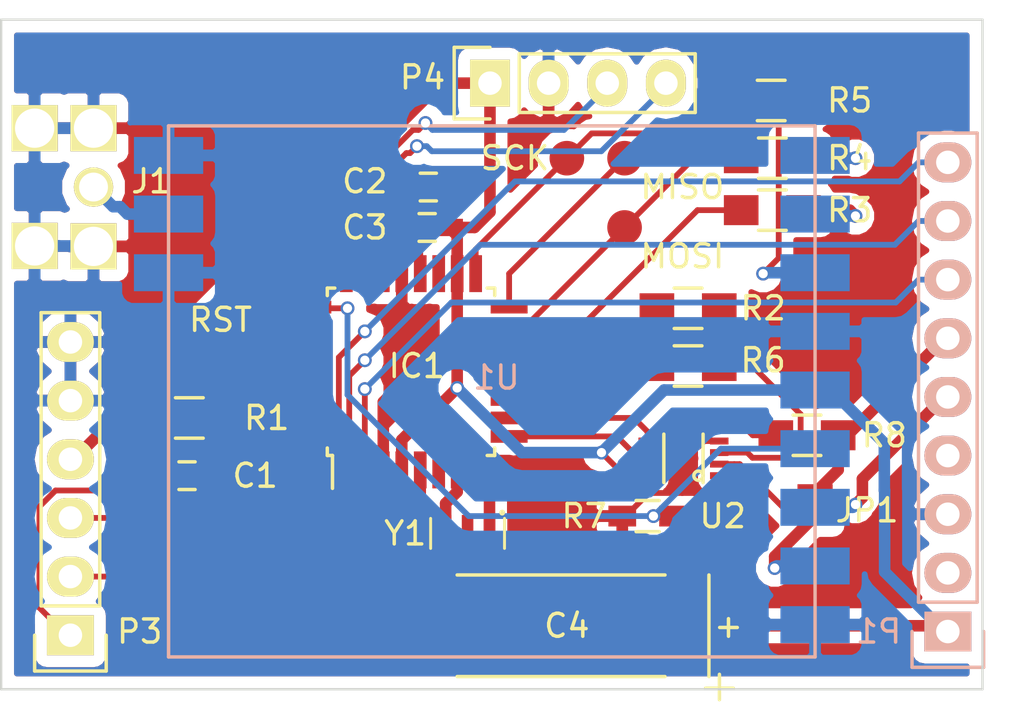
<source format=kicad_pcb>
(kicad_pcb (version 4) (host pcbnew 4.0.3+e1-6302~38~ubuntu16.04.1-stable)

  (general
    (links 68)
    (no_connects 0)
    (area 74.949999 64.949999 117.550001 94.050001)
    (thickness 1.6)
    (drawings 4)
    (tracks 262)
    (zones 0)
    (modules 25)
    (nets 42)
  )

  (page A4)
  (layers
    (0 F.Cu signal)
    (31 B.Cu signal)
    (32 B.Adhes user)
    (33 F.Adhes user)
    (34 B.Paste user)
    (35 F.Paste user)
    (36 B.SilkS user)
    (37 F.SilkS user)
    (38 B.Mask user)
    (39 F.Mask user)
    (40 Dwgs.User user)
    (41 Cmts.User user)
    (42 Eco1.User user)
    (43 Eco2.User user)
    (44 Edge.Cuts user)
    (45 Margin user)
    (46 B.CrtYd user)
    (47 F.CrtYd user)
    (48 B.Fab user)
    (49 F.Fab user)
  )

  (setup
    (last_trace_width 0.25)
    (user_trace_width 0.5)
    (trace_clearance 0.2)
    (zone_clearance 0.508)
    (zone_45_only no)
    (trace_min 0.2)
    (segment_width 0.2)
    (edge_width 0.1)
    (via_size 0.6)
    (via_drill 0.4)
    (via_min_size 0.4)
    (via_min_drill 0.3)
    (uvia_size 0.3)
    (uvia_drill 0.1)
    (uvias_allowed no)
    (uvia_min_size 0.2)
    (uvia_min_drill 0.1)
    (pcb_text_width 0.3)
    (pcb_text_size 1.5 1.5)
    (mod_edge_width 0.15)
    (mod_text_size 1 1)
    (mod_text_width 0.15)
    (pad_size 1.5 1.5)
    (pad_drill 0.6)
    (pad_to_mask_clearance 0)
    (aux_axis_origin 0 0)
    (visible_elements FFFFFF7F)
    (pcbplotparams
      (layerselection 0x00030_80000001)
      (usegerberextensions false)
      (excludeedgelayer true)
      (linewidth 0.100000)
      (plotframeref false)
      (viasonmask false)
      (mode 1)
      (useauxorigin false)
      (hpglpennumber 1)
      (hpglpenspeed 20)
      (hpglpendiameter 15)
      (hpglpenoverlay 2)
      (psnegative false)
      (psa4output false)
      (plotreference true)
      (plotvalue true)
      (plotinvisibletext false)
      (padsonsilk false)
      (subtractmaskfromsilk false)
      (outputformat 4)
      (mirror false)
      (drillshape 0)
      (scaleselection 1)
      (outputdirectory /home/paul/))
  )

  (net 0 "")
  (net 1 /DTR)
  (net 2 /RESET)
  (net 3 "Net-(C2-Pad1)")
  (net 4 GND)
  (net 5 VCC)
  (net 6 /CH2)
  (net 7 /CH3)
  (net 8 "Net-(IC1-Pad7)")
  (net 9 "Net-(IC1-Pad8)")
  (net 10 /OSD_SW1)
  (net 11 /OSD_SW2)
  (net 12 "Net-(IC1-Pad11)")
  (net 13 "Net-(IC1-Pad13)")
  (net 14 "Net-(IC1-Pad14)")
  (net 15 /MOSI)
  (net 16 /MISO)
  (net 17 /SCK)
  (net 18 "Net-(IC1-Pad19)")
  (net 19 "Net-(IC1-Pad22)")
  (net 20 "Net-(IC1-Pad23)")
  (net 21 /RSSI)
  (net 22 "Net-(IC1-Pad26)")
  (net 23 /RX)
  (net 24 /TX)
  (net 25 /CH1)
  (net 26 "Net-(J1-Pad1)")
  (net 27 "Net-(P1-Pad2)")
  (net 28 "Net-(P1-Pad4)")
  (net 29 /AUD)
  (net 30 /VID)
  (net 31 /OSD)
  (net 32 /SPI_SEL)
  (net 33 "Net-(R8-Pad2)")
  (net 34 /RX_VID)
  (net 35 "Net-(U2-Pad1)")
  (net 36 /OLED_SCL)
  (net 37 /OLED_SDA)
  (net 38 /OLED_RES)
  (net 39 /OLED_DC)
  (net 40 /I2C_SDA)
  (net 41 /I2C_SCL)

  (net_class Default "This is the default net class."
    (clearance 0.2)
    (trace_width 0.25)
    (via_dia 0.6)
    (via_drill 0.4)
    (uvia_dia 0.3)
    (uvia_drill 0.1)
    (add_net /AUD)
    (add_net /CH1)
    (add_net /CH2)
    (add_net /CH3)
    (add_net /DTR)
    (add_net /I2C_SCL)
    (add_net /I2C_SDA)
    (add_net /MISO)
    (add_net /MOSI)
    (add_net /OLED_DC)
    (add_net /OLED_RES)
    (add_net /OLED_SCL)
    (add_net /OLED_SDA)
    (add_net /OSD)
    (add_net /OSD_SW1)
    (add_net /OSD_SW2)
    (add_net /RESET)
    (add_net /RSSI)
    (add_net /RX)
    (add_net /RX_VID)
    (add_net /SCK)
    (add_net /SPI_SEL)
    (add_net /TX)
    (add_net /VID)
    (add_net GND)
    (add_net "Net-(C2-Pad1)")
    (add_net "Net-(IC1-Pad11)")
    (add_net "Net-(IC1-Pad13)")
    (add_net "Net-(IC1-Pad14)")
    (add_net "Net-(IC1-Pad19)")
    (add_net "Net-(IC1-Pad22)")
    (add_net "Net-(IC1-Pad23)")
    (add_net "Net-(IC1-Pad26)")
    (add_net "Net-(IC1-Pad7)")
    (add_net "Net-(IC1-Pad8)")
    (add_net "Net-(J1-Pad1)")
    (add_net "Net-(P1-Pad2)")
    (add_net "Net-(P1-Pad4)")
    (add_net "Net-(R8-Pad2)")
    (add_net "Net-(U2-Pad1)")
    (add_net VCC)
  )

  (module footprints:RX5808 (layer B.Cu) (tedit 578E9636) (tstamp 57B8F784)
    (at 96.25 80.6)
    (path /578DC7FB)
    (fp_text reference U1 (at 0.2 -0.1) (layer B.SilkS)
      (effects (font (size 1 1) (thickness 0.15)) (justify mirror))
    )
    (fp_text value RX5808 (at 0 1.7) (layer B.Fab)
      (effects (font (size 1 1) (thickness 0.15)) (justify mirror))
    )
    (fp_line (start -14 12) (end 14 12) (layer B.SilkS) (width 0.15))
    (fp_line (start 14 12) (end 14 -11) (layer B.SilkS) (width 0.15))
    (fp_line (start 14 -11) (end -14 -11) (layer B.SilkS) (width 0.15))
    (fp_line (start -14 -11) (end -14 12) (layer B.SilkS) (width 0.15))
    (pad 9 smd rect (at 14 -9.72) (size 3 1.6) (layers B.Cu B.Paste B.Mask)
      (net 39 /OLED_DC))
    (pad 8 smd rect (at 14 -7.18) (size 3 1.6) (layers B.Cu B.Paste B.Mask)
      (net 32 /SPI_SEL))
    (pad 7 smd rect (at 14 -4.64) (size 3 1.6) (layers B.Cu B.Paste B.Mask)
      (net 38 /OLED_RES))
    (pad 6 smd rect (at 14 -2.1) (size 3 1.6) (layers B.Cu B.Paste B.Mask)
      (net 4 GND))
    (pad 5 smd rect (at 14 0.44) (size 3 1.6) (layers B.Cu B.Paste B.Mask)
      (net 5 VCC))
    (pad 4 smd rect (at 14 2.98) (size 3 1.6) (layers B.Cu B.Paste B.Mask)
      (net 21 /RSSI))
    (pad 3 smd rect (at 14 5.52) (size 3 1.6) (layers B.Cu B.Paste B.Mask)
      (net 29 /AUD))
    (pad 2 smd rect (at 14 8.06) (size 3 1.6) (layers B.Cu B.Paste B.Mask)
      (net 34 /RX_VID))
    (pad 1 smd rect (at 14 10.6) (size 3 1.6) (layers B.Cu B.Paste B.Mask)
      (net 4 GND))
    (pad 10 smd rect (at -14 -4.64) (size 3 1.6) (layers B.Cu B.Paste B.Mask)
      (net 4 GND))
    (pad 11 smd rect (at -14 -7.18) (size 3 1.6) (layers B.Cu B.Paste B.Mask)
      (net 26 "Net-(J1-Pad1)"))
    (pad 12 smd rect (at -14 -9.72) (size 3 1.6) (layers B.Cu B.Paste B.Mask)
      (net 4 GND))
    (model /home/paul/kicad/modules/packages3d/RX5808.wrl
      (at (xyz -0.55118 -0.4333 0))
      (scale (xyz 0.393701 0.393701 0.393701))
      (rotate (xyz 0 0 0))
    )
  )

  (module Housings_QFP:TQFP-32_7x7mm_Pitch0.8mm (layer F.Cu) (tedit 54130A77) (tstamp 57B8F6AC)
    (at 92.75 80.25 90)
    (descr "32-Lead Plastic Thin Quad Flatpack (PT) - 7x7x1.0 mm Body, 2.00 mm [TQFP] (see Microchip Packaging Specification 00000049BS.pdf)")
    (tags "QFP 0.8")
    (path /578C36FC)
    (attr smd)
    (fp_text reference IC1 (at 0.25 0.25 180) (layer F.SilkS)
      (effects (font (size 1 1) (thickness 0.15)))
    )
    (fp_text value ATMEGA328P-A (at 0 6.05 90) (layer F.Fab)
      (effects (font (size 1 1) (thickness 0.15)))
    )
    (fp_text user %R (at -0.4 0 90) (layer F.Fab)
      (effects (font (size 1 1) (thickness 0.15)))
    )
    (fp_line (start -2.5 -3.5) (end 3.5 -3.5) (layer F.Fab) (width 0.15))
    (fp_line (start 3.5 -3.5) (end 3.5 3.5) (layer F.Fab) (width 0.15))
    (fp_line (start 3.5 3.5) (end -3.5 3.5) (layer F.Fab) (width 0.15))
    (fp_line (start -3.5 3.5) (end -3.5 -2.5) (layer F.Fab) (width 0.15))
    (fp_line (start -3.5 -2.5) (end -2.5 -3.5) (layer F.Fab) (width 0.15))
    (fp_line (start -5.3 -5.3) (end -5.3 5.3) (layer F.CrtYd) (width 0.05))
    (fp_line (start 5.3 -5.3) (end 5.3 5.3) (layer F.CrtYd) (width 0.05))
    (fp_line (start -5.3 -5.3) (end 5.3 -5.3) (layer F.CrtYd) (width 0.05))
    (fp_line (start -5.3 5.3) (end 5.3 5.3) (layer F.CrtYd) (width 0.05))
    (fp_line (start -3.625 -3.625) (end -3.625 -3.4) (layer F.SilkS) (width 0.15))
    (fp_line (start 3.625 -3.625) (end 3.625 -3.3) (layer F.SilkS) (width 0.15))
    (fp_line (start 3.625 3.625) (end 3.625 3.3) (layer F.SilkS) (width 0.15))
    (fp_line (start -3.625 3.625) (end -3.625 3.3) (layer F.SilkS) (width 0.15))
    (fp_line (start -3.625 -3.625) (end -3.3 -3.625) (layer F.SilkS) (width 0.15))
    (fp_line (start -3.625 3.625) (end -3.3 3.625) (layer F.SilkS) (width 0.15))
    (fp_line (start 3.625 3.625) (end 3.3 3.625) (layer F.SilkS) (width 0.15))
    (fp_line (start 3.625 -3.625) (end 3.3 -3.625) (layer F.SilkS) (width 0.15))
    (fp_line (start -3.625 -3.4) (end -5.05 -3.4) (layer F.SilkS) (width 0.15))
    (pad 1 smd rect (at -4.25 -2.8 90) (size 1.6 0.55) (layers F.Cu F.Paste F.Mask)
      (net 6 /CH2))
    (pad 2 smd rect (at -4.25 -2 90) (size 1.6 0.55) (layers F.Cu F.Paste F.Mask)
      (net 7 /CH3))
    (pad 3 smd rect (at -4.25 -1.2 90) (size 1.6 0.55) (layers F.Cu F.Paste F.Mask)
      (net 4 GND))
    (pad 4 smd rect (at -4.25 -0.4 90) (size 1.6 0.55) (layers F.Cu F.Paste F.Mask)
      (net 5 VCC))
    (pad 5 smd rect (at -4.25 0.4 90) (size 1.6 0.55) (layers F.Cu F.Paste F.Mask)
      (net 4 GND))
    (pad 6 smd rect (at -4.25 1.2 90) (size 1.6 0.55) (layers F.Cu F.Paste F.Mask)
      (net 5 VCC))
    (pad 7 smd rect (at -4.25 2 90) (size 1.6 0.55) (layers F.Cu F.Paste F.Mask)
      (net 8 "Net-(IC1-Pad7)"))
    (pad 8 smd rect (at -4.25 2.8 90) (size 1.6 0.55) (layers F.Cu F.Paste F.Mask)
      (net 9 "Net-(IC1-Pad8)"))
    (pad 9 smd rect (at -2.8 4.25 180) (size 1.6 0.55) (layers F.Cu F.Paste F.Mask)
      (net 10 /OSD_SW1))
    (pad 10 smd rect (at -2 4.25 180) (size 1.6 0.55) (layers F.Cu F.Paste F.Mask)
      (net 11 /OSD_SW2))
    (pad 11 smd rect (at -1.2 4.25 180) (size 1.6 0.55) (layers F.Cu F.Paste F.Mask)
      (net 12 "Net-(IC1-Pad11)"))
    (pad 12 smd rect (at -0.4 4.25 180) (size 1.6 0.55) (layers F.Cu F.Paste F.Mask)
      (net 36 /OLED_SCL))
    (pad 13 smd rect (at 0.4 4.25 180) (size 1.6 0.55) (layers F.Cu F.Paste F.Mask)
      (net 13 "Net-(IC1-Pad13)"))
    (pad 14 smd rect (at 1.2 4.25 180) (size 1.6 0.55) (layers F.Cu F.Paste F.Mask)
      (net 14 "Net-(IC1-Pad14)"))
    (pad 15 smd rect (at 2 4.25 180) (size 1.6 0.55) (layers F.Cu F.Paste F.Mask)
      (net 15 /MOSI))
    (pad 16 smd rect (at 2.8 4.25 180) (size 1.6 0.55) (layers F.Cu F.Paste F.Mask)
      (net 16 /MISO))
    (pad 17 smd rect (at 4.25 2.8 90) (size 1.6 0.55) (layers F.Cu F.Paste F.Mask)
      (net 17 /SCK))
    (pad 18 smd rect (at 4.25 2 90) (size 1.6 0.55) (layers F.Cu F.Paste F.Mask)
      (net 5 VCC))
    (pad 19 smd rect (at 4.25 1.2 90) (size 1.6 0.55) (layers F.Cu F.Paste F.Mask)
      (net 18 "Net-(IC1-Pad19)"))
    (pad 20 smd rect (at 4.25 0.4 90) (size 1.6 0.55) (layers F.Cu F.Paste F.Mask)
      (net 3 "Net-(C2-Pad1)"))
    (pad 21 smd rect (at 4.25 -0.4 90) (size 1.6 0.55) (layers F.Cu F.Paste F.Mask)
      (net 4 GND))
    (pad 22 smd rect (at 4.25 -1.2 90) (size 1.6 0.55) (layers F.Cu F.Paste F.Mask)
      (net 19 "Net-(IC1-Pad22)"))
    (pad 23 smd rect (at 4.25 -2 90) (size 1.6 0.55) (layers F.Cu F.Paste F.Mask)
      (net 20 "Net-(IC1-Pad23)"))
    (pad 24 smd rect (at 4.25 -2.8 90) (size 1.6 0.55) (layers F.Cu F.Paste F.Mask)
      (net 37 /OLED_SDA))
    (pad 25 smd rect (at 2.8 -4.25 180) (size 1.6 0.55) (layers F.Cu F.Paste F.Mask)
      (net 21 /RSSI))
    (pad 26 smd rect (at 2 -4.25 180) (size 1.6 0.55) (layers F.Cu F.Paste F.Mask)
      (net 22 "Net-(IC1-Pad26)"))
    (pad 27 smd rect (at 1.2 -4.25 180) (size 1.6 0.55) (layers F.Cu F.Paste F.Mask)
      (net 40 /I2C_SDA))
    (pad 28 smd rect (at 0.4 -4.25 180) (size 1.6 0.55) (layers F.Cu F.Paste F.Mask)
      (net 41 /I2C_SCL))
    (pad 29 smd rect (at -0.4 -4.25 180) (size 1.6 0.55) (layers F.Cu F.Paste F.Mask)
      (net 2 /RESET))
    (pad 30 smd rect (at -1.2 -4.25 180) (size 1.6 0.55) (layers F.Cu F.Paste F.Mask)
      (net 23 /RX))
    (pad 31 smd rect (at -2 -4.25 180) (size 1.6 0.55) (layers F.Cu F.Paste F.Mask)
      (net 24 /TX))
    (pad 32 smd rect (at -2.8 -4.25 180) (size 1.6 0.55) (layers F.Cu F.Paste F.Mask)
      (net 25 /CH1))
    (model Housings_QFP.3dshapes/TQFP-32_7x7mm_Pitch0.8mm.wrl
      (at (xyz 0 0 0))
      (scale (xyz 1 1 1))
      (rotate (xyz 0 0 0))
    )
  )

  (module Capacitors_SMD:C_0603_HandSoldering (layer F.Cu) (tedit 541A9B4D) (tstamp 57B8F651)
    (at 83.05 84.75)
    (descr "Capacitor SMD 0603, hand soldering")
    (tags "capacitor 0603")
    (path /578D682B)
    (attr smd)
    (fp_text reference C1 (at 2.95 0 180) (layer F.SilkS)
      (effects (font (size 1 1) (thickness 0.15)))
    )
    (fp_text value 0.1uF (at 0 1.9) (layer F.Fab)
      (effects (font (size 1 1) (thickness 0.15)))
    )
    (fp_line (start -1.85 -0.75) (end 1.85 -0.75) (layer F.CrtYd) (width 0.05))
    (fp_line (start -1.85 0.75) (end 1.85 0.75) (layer F.CrtYd) (width 0.05))
    (fp_line (start -1.85 -0.75) (end -1.85 0.75) (layer F.CrtYd) (width 0.05))
    (fp_line (start 1.85 -0.75) (end 1.85 0.75) (layer F.CrtYd) (width 0.05))
    (fp_line (start -0.35 -0.6) (end 0.35 -0.6) (layer F.SilkS) (width 0.15))
    (fp_line (start 0.35 0.6) (end -0.35 0.6) (layer F.SilkS) (width 0.15))
    (pad 1 smd rect (at -0.95 0) (size 1.2 0.75) (layers F.Cu F.Paste F.Mask)
      (net 1 /DTR))
    (pad 2 smd rect (at 0.95 0) (size 1.2 0.75) (layers F.Cu F.Paste F.Mask)
      (net 2 /RESET))
    (model Capacitors_SMD.3dshapes/C_0603_HandSoldering.wrl
      (at (xyz 0 0 0))
      (scale (xyz 1 1 1))
      (rotate (xyz 0 0 0))
    )
  )

  (module Capacitors_SMD:C_0603_HandSoldering (layer F.Cu) (tedit 541A9B4D) (tstamp 57B8F65D)
    (at 93.5 72.25 180)
    (descr "Capacitor SMD 0603, hand soldering")
    (tags "capacitor 0603")
    (path /578D7F43)
    (attr smd)
    (fp_text reference C2 (at 2.75 0.25 180) (layer F.SilkS)
      (effects (font (size 1 1) (thickness 0.15)))
    )
    (fp_text value 0.1uF (at 0 1.9 180) (layer F.Fab)
      (effects (font (size 1 1) (thickness 0.15)))
    )
    (fp_line (start -1.85 -0.75) (end 1.85 -0.75) (layer F.CrtYd) (width 0.05))
    (fp_line (start -1.85 0.75) (end 1.85 0.75) (layer F.CrtYd) (width 0.05))
    (fp_line (start -1.85 -0.75) (end -1.85 0.75) (layer F.CrtYd) (width 0.05))
    (fp_line (start 1.85 -0.75) (end 1.85 0.75) (layer F.CrtYd) (width 0.05))
    (fp_line (start -0.35 -0.6) (end 0.35 -0.6) (layer F.SilkS) (width 0.15))
    (fp_line (start 0.35 0.6) (end -0.35 0.6) (layer F.SilkS) (width 0.15))
    (pad 1 smd rect (at -0.95 0 180) (size 1.2 0.75) (layers F.Cu F.Paste F.Mask)
      (net 3 "Net-(C2-Pad1)"))
    (pad 2 smd rect (at 0.95 0 180) (size 1.2 0.75) (layers F.Cu F.Paste F.Mask)
      (net 4 GND))
    (model Capacitors_SMD.3dshapes/C_0603_HandSoldering.wrl
      (at (xyz 0 0 0))
      (scale (xyz 1 1 1))
      (rotate (xyz 0 0 0))
    )
  )

  (module Capacitors_SMD:C_0603_HandSoldering (layer F.Cu) (tedit 541A9B4D) (tstamp 57B8F669)
    (at 93.45 74 180)
    (descr "Capacitor SMD 0603, hand soldering")
    (tags "capacitor 0603")
    (path /578D8093)
    (attr smd)
    (fp_text reference C3 (at 2.7 0 180) (layer F.SilkS)
      (effects (font (size 1 1) (thickness 0.15)))
    )
    (fp_text value 0.1uF (at 0 1.9 180) (layer F.Fab)
      (effects (font (size 1 1) (thickness 0.15)))
    )
    (fp_line (start -1.85 -0.75) (end 1.85 -0.75) (layer F.CrtYd) (width 0.05))
    (fp_line (start -1.85 0.75) (end 1.85 0.75) (layer F.CrtYd) (width 0.05))
    (fp_line (start -1.85 -0.75) (end -1.85 0.75) (layer F.CrtYd) (width 0.05))
    (fp_line (start 1.85 -0.75) (end 1.85 0.75) (layer F.CrtYd) (width 0.05))
    (fp_line (start -0.35 -0.6) (end 0.35 -0.6) (layer F.SilkS) (width 0.15))
    (fp_line (start 0.35 0.6) (end -0.35 0.6) (layer F.SilkS) (width 0.15))
    (pad 1 smd rect (at -0.95 0 180) (size 1.2 0.75) (layers F.Cu F.Paste F.Mask)
      (net 5 VCC))
    (pad 2 smd rect (at 0.95 0 180) (size 1.2 0.75) (layers F.Cu F.Paste F.Mask)
      (net 4 GND))
    (model Capacitors_SMD.3dshapes/C_0603_HandSoldering.wrl
      (at (xyz 0 0 0))
      (scale (xyz 1 1 1))
      (rotate (xyz 0 0 0))
    )
  )

  (module Capacitors_Tantalum_SMD:TantalC_SizeD_EIA-7343_HandSoldering (layer F.Cu) (tedit 0) (tstamp 57B8F675)
    (at 99.25 91.25 180)
    (descr "Tantal Cap. , Size D, EIA-7343, Hand Soldering,")
    (tags "Tantal Cap. , Size D, EIA-7343, Hand Soldering,")
    (path /578D84D9)
    (attr smd)
    (fp_text reference C4 (at -0.25 0 360) (layer F.SilkS)
      (effects (font (size 1 1) (thickness 0.15)))
    )
    (fp_text value 470uF (at -0.09906 3.59918 180) (layer F.Fab)
      (effects (font (size 1 1) (thickness 0.15)))
    )
    (fp_line (start -6.40334 -2.19964) (end -6.40334 2.19964) (layer F.SilkS) (width 0.15))
    (fp_line (start -4.50088 2.19964) (end 4.50088 2.19964) (layer F.SilkS) (width 0.15))
    (fp_line (start 4.50088 -2.19964) (end -4.50088 -2.19964) (layer F.SilkS) (width 0.15))
    (fp_text user + (at -7.25 0 180) (layer F.SilkS)
      (effects (font (size 1 1) (thickness 0.15)))
    )
    (fp_line (start -6.858 -3.20294) (end -6.858 -2.10312) (layer F.SilkS) (width 0.15))
    (fp_line (start -7.45744 -2.70256) (end -6.25856 -2.70256) (layer F.SilkS) (width 0.15))
    (pad 2 smd rect (at 3.88874 0 180) (size 4.0005 2.70002) (layers F.Cu F.Paste F.Mask)
      (net 4 GND))
    (pad 1 smd rect (at -3.88874 0 180) (size 4.0005 2.70002) (layers F.Cu F.Paste F.Mask)
      (net 5 VCC))
    (model Capacitors_Tantalum_SMD.3dshapes/TantalC_SizeD_EIA-7343_HandSoldering.wrl
      (at (xyz 0 0 0))
      (scale (xyz 1 1 1))
      (rotate (xyz 0 0 180))
    )
  )

  (module footprints:SMA_Edge_thru_hole (layer F.Cu) (tedit 57A6B411) (tstamp 57B8F6B5)
    (at 79 72.25)
    (path /578DEB5D)
    (fp_text reference J1 (at 2.5 -0.25 180) (layer F.SilkS)
      (effects (font (size 1 1) (thickness 0.15)))
    )
    (fp_text value SMA (at -0.1 -5.6) (layer F.Fab) hide
      (effects (font (size 1 1) (thickness 0.15)))
    )
    (pad 1 thru_hole circle (at 0 0) (size 1.7 1.7) (drill 1.25) (layers *.Cu *.Mask F.SilkS)
      (net 26 "Net-(J1-Pad1)"))
    (pad 2 thru_hole rect (at 0 -2.55) (size 2 2) (drill 1.7) (layers *.Cu *.Mask F.SilkS)
      (net 4 GND))
    (pad 5 thru_hole rect (at 0 2.57) (size 2 2) (drill 1.7) (layers *.Cu *.Mask F.SilkS)
      (net 4 GND))
    (pad 3 thru_hole rect (at -2.55 -2.55) (size 2 2) (drill 1.7) (layers *.Cu *.Mask F.SilkS)
      (net 4 GND))
    (pad 4 thru_hole rect (at -2.55 2.55) (size 2 2) (drill 1.7) (layers *.Cu *.Mask F.SilkS)
      (net 4 GND))
    (model /home/paul/kicad/modules/packages3d/SMA-106.wrl
      (at (xyz 0 0 0))
      (scale (xyz 0.393701 0.393701 0.393701))
      (rotate (xyz 90 0 270))
    )
  )

  (module footprints:SMD_Jumper (layer F.Cu) (tedit 57A99067) (tstamp 57B8F6BB)
    (at 110.25 86 270)
    (path /57A988C5)
    (fp_text reference JP1 (at 0.25 -2.25 360) (layer F.SilkS)
      (effects (font (size 1 1) (thickness 0.15)))
    )
    (fp_text value Jumper_NO_Small (at 0 -1.9 270) (layer F.Fab) hide
      (effects (font (size 1 1) (thickness 0.15)))
    )
    (pad 1 smd rect (at -0.5 0) (size 1.524 0.762) (layers F.Cu F.Paste F.Mask)
      (net 30 /VID))
    (pad 2 smd rect (at 0.5 0) (size 1.524 0.762) (layers F.Cu F.Paste F.Mask)
      (net 34 /RX_VID))
  )

  (module Pin_Headers:Pin_Header_Straight_1x09 (layer B.Cu) (tedit 0) (tstamp 57B8F6D3)
    (at 116 91.5)
    (descr "Through hole pin header")
    (tags "pin header")
    (path /578C3848)
    (fp_text reference P1 (at -3 0) (layer B.SilkS)
      (effects (font (size 1 1) (thickness 0.15)) (justify mirror))
    )
    (fp_text value Fatshark (at 0 3.1) (layer B.Fab)
      (effects (font (size 1 1) (thickness 0.15)) (justify mirror))
    )
    (fp_line (start -1.75 1.75) (end -1.75 -22.1) (layer B.CrtYd) (width 0.05))
    (fp_line (start 1.75 1.75) (end 1.75 -22.1) (layer B.CrtYd) (width 0.05))
    (fp_line (start -1.75 1.75) (end 1.75 1.75) (layer B.CrtYd) (width 0.05))
    (fp_line (start -1.75 -22.1) (end 1.75 -22.1) (layer B.CrtYd) (width 0.05))
    (fp_line (start 1.27 -1.27) (end 1.27 -21.59) (layer B.SilkS) (width 0.15))
    (fp_line (start 1.27 -21.59) (end -1.27 -21.59) (layer B.SilkS) (width 0.15))
    (fp_line (start -1.27 -21.59) (end -1.27 -1.27) (layer B.SilkS) (width 0.15))
    (fp_line (start 1.55 1.55) (end 1.55 0) (layer B.SilkS) (width 0.15))
    (fp_line (start 1.27 -1.27) (end -1.27 -1.27) (layer B.SilkS) (width 0.15))
    (fp_line (start -1.55 0) (end -1.55 1.55) (layer B.SilkS) (width 0.15))
    (fp_line (start -1.55 1.55) (end 1.55 1.55) (layer B.SilkS) (width 0.15))
    (pad 1 thru_hole rect (at 0 0) (size 2.032 1.7272) (drill 1.016) (layers *.Cu *.Mask B.SilkS)
      (net 5 VCC))
    (pad 2 thru_hole oval (at 0 -2.54) (size 2.032 1.7272) (drill 1.016) (layers *.Cu *.Mask B.SilkS)
      (net 27 "Net-(P1-Pad2)"))
    (pad 3 thru_hole oval (at 0 -5.08) (size 2.032 1.7272) (drill 1.016) (layers *.Cu *.Mask B.SilkS)
      (net 4 GND))
    (pad 4 thru_hole oval (at 0 -7.62) (size 2.032 1.7272) (drill 1.016) (layers *.Cu *.Mask B.SilkS)
      (net 28 "Net-(P1-Pad4)"))
    (pad 5 thru_hole oval (at 0 -10.16) (size 2.032 1.7272) (drill 1.016) (layers *.Cu *.Mask B.SilkS)
      (net 29 /AUD))
    (pad 6 thru_hole oval (at 0 -12.7) (size 2.032 1.7272) (drill 1.016) (layers *.Cu *.Mask B.SilkS)
      (net 30 /VID))
    (pad 7 thru_hole oval (at 0 -15.24) (size 2.032 1.7272) (drill 1.016) (layers *.Cu *.Mask B.SilkS)
      (net 7 /CH3))
    (pad 8 thru_hole oval (at 0 -17.78) (size 2.032 1.7272) (drill 1.016) (layers *.Cu *.Mask B.SilkS)
      (net 6 /CH2))
    (pad 9 thru_hole oval (at 0 -20.32) (size 2.032 1.7272) (drill 1.016) (layers *.Cu *.Mask B.SilkS)
      (net 25 /CH1))
    (model Pin_Headers.3dshapes/Pin_Header_Straight_1x09.wrl
      (at (xyz 0 -0.4 0))
      (scale (xyz 1 1 1))
      (rotate (xyz 0 0 90))
    )
  )

  (module Pin_Headers:Pin_Header_Straight_1x06 (layer F.Cu) (tedit 0) (tstamp 57B8F6FD)
    (at 78 91.66 180)
    (descr "Through hole pin header")
    (tags "pin header")
    (path /578D646C)
    (fp_text reference P3 (at -3 0.16 180) (layer F.SilkS)
      (effects (font (size 1 1) (thickness 0.15)))
    )
    (fp_text value FTDI (at 0 -3.1 180) (layer F.Fab)
      (effects (font (size 1 1) (thickness 0.15)))
    )
    (fp_line (start -1.75 -1.75) (end -1.75 14.45) (layer F.CrtYd) (width 0.05))
    (fp_line (start 1.75 -1.75) (end 1.75 14.45) (layer F.CrtYd) (width 0.05))
    (fp_line (start -1.75 -1.75) (end 1.75 -1.75) (layer F.CrtYd) (width 0.05))
    (fp_line (start -1.75 14.45) (end 1.75 14.45) (layer F.CrtYd) (width 0.05))
    (fp_line (start 1.27 1.27) (end 1.27 13.97) (layer F.SilkS) (width 0.15))
    (fp_line (start 1.27 13.97) (end -1.27 13.97) (layer F.SilkS) (width 0.15))
    (fp_line (start -1.27 13.97) (end -1.27 1.27) (layer F.SilkS) (width 0.15))
    (fp_line (start 1.55 -1.55) (end 1.55 0) (layer F.SilkS) (width 0.15))
    (fp_line (start 1.27 1.27) (end -1.27 1.27) (layer F.SilkS) (width 0.15))
    (fp_line (start -1.55 0) (end -1.55 -1.55) (layer F.SilkS) (width 0.15))
    (fp_line (start -1.55 -1.55) (end 1.55 -1.55) (layer F.SilkS) (width 0.15))
    (pad 1 thru_hole rect (at 0 0 180) (size 2.032 1.7272) (drill 1.016) (layers *.Cu *.Mask F.SilkS)
      (net 1 /DTR))
    (pad 2 thru_hole oval (at 0 2.54 180) (size 2.032 1.7272) (drill 1.016) (layers *.Cu *.Mask F.SilkS)
      (net 24 /TX))
    (pad 3 thru_hole oval (at 0 5.08 180) (size 2.032 1.7272) (drill 1.016) (layers *.Cu *.Mask F.SilkS)
      (net 23 /RX))
    (pad 4 thru_hole oval (at 0 7.62 180) (size 2.032 1.7272) (drill 1.016) (layers *.Cu *.Mask F.SilkS)
      (net 5 VCC))
    (pad 5 thru_hole oval (at 0 10.16 180) (size 2.032 1.7272) (drill 1.016) (layers *.Cu *.Mask F.SilkS)
      (net 4 GND))
    (pad 6 thru_hole oval (at 0 12.7 180) (size 2.032 1.7272) (drill 1.016) (layers *.Cu *.Mask F.SilkS)
      (net 4 GND))
    (model Pin_Headers.3dshapes/Pin_Header_Straight_1x06.wrl
      (at (xyz 0 -0.25 0))
      (scale (xyz 1 1 1))
      (rotate (xyz 0 0 90))
    )
  )

  (module Pin_Headers:Pin_Header_Straight_1x04 (layer F.Cu) (tedit 0) (tstamp 57B8F710)
    (at 96.17 67.75 90)
    (descr "Through hole pin header")
    (tags "pin header")
    (path /57B7C140)
    (fp_text reference P4 (at 0.25 -2.92 180) (layer F.SilkS)
      (effects (font (size 1 1) (thickness 0.15)))
    )
    (fp_text value "I2C OLED" (at 0 -3.1 90) (layer F.Fab)
      (effects (font (size 1 1) (thickness 0.15)))
    )
    (fp_line (start -1.75 -1.75) (end -1.75 9.4) (layer F.CrtYd) (width 0.05))
    (fp_line (start 1.75 -1.75) (end 1.75 9.4) (layer F.CrtYd) (width 0.05))
    (fp_line (start -1.75 -1.75) (end 1.75 -1.75) (layer F.CrtYd) (width 0.05))
    (fp_line (start -1.75 9.4) (end 1.75 9.4) (layer F.CrtYd) (width 0.05))
    (fp_line (start -1.27 1.27) (end -1.27 8.89) (layer F.SilkS) (width 0.15))
    (fp_line (start 1.27 1.27) (end 1.27 8.89) (layer F.SilkS) (width 0.15))
    (fp_line (start 1.55 -1.55) (end 1.55 0) (layer F.SilkS) (width 0.15))
    (fp_line (start -1.27 8.89) (end 1.27 8.89) (layer F.SilkS) (width 0.15))
    (fp_line (start 1.27 1.27) (end -1.27 1.27) (layer F.SilkS) (width 0.15))
    (fp_line (start -1.55 0) (end -1.55 -1.55) (layer F.SilkS) (width 0.15))
    (fp_line (start -1.55 -1.55) (end 1.55 -1.55) (layer F.SilkS) (width 0.15))
    (pad 1 thru_hole rect (at 0 0 90) (size 2.032 1.7272) (drill 1.016) (layers *.Cu *.Mask F.SilkS)
      (net 5 VCC))
    (pad 2 thru_hole oval (at 0 2.54 90) (size 2.032 1.7272) (drill 1.016) (layers *.Cu *.Mask F.SilkS)
      (net 4 GND))
    (pad 3 thru_hole oval (at 0 5.08 90) (size 2.032 1.7272) (drill 1.016) (layers *.Cu *.Mask F.SilkS)
      (net 41 /I2C_SCL))
    (pad 4 thru_hole oval (at 0 7.62 90) (size 2.032 1.7272) (drill 1.016) (layers *.Cu *.Mask F.SilkS)
      (net 40 /I2C_SDA))
    (model Pin_Headers.3dshapes/Pin_Header_Straight_1x04.wrl
      (at (xyz 0 -0.15 0))
      (scale (xyz 1 1 1))
      (rotate (xyz 0 0 90))
    )
  )

  (module Resistors_SMD:R_0805_HandSoldering (layer F.Cu) (tedit 54189DEE) (tstamp 57B8F71C)
    (at 83.15 82.25 180)
    (descr "Resistor SMD 0805, hand soldering")
    (tags "resistor 0805")
    (path /578D6879)
    (attr smd)
    (fp_text reference R1 (at -3.35 0 180) (layer F.SilkS)
      (effects (font (size 1 1) (thickness 0.15)))
    )
    (fp_text value 10k (at 0 2.1 180) (layer F.Fab)
      (effects (font (size 1 1) (thickness 0.15)))
    )
    (fp_line (start -2.4 -1) (end 2.4 -1) (layer F.CrtYd) (width 0.05))
    (fp_line (start -2.4 1) (end 2.4 1) (layer F.CrtYd) (width 0.05))
    (fp_line (start -2.4 -1) (end -2.4 1) (layer F.CrtYd) (width 0.05))
    (fp_line (start 2.4 -1) (end 2.4 1) (layer F.CrtYd) (width 0.05))
    (fp_line (start 0.6 0.875) (end -0.6 0.875) (layer F.SilkS) (width 0.15))
    (fp_line (start -0.6 -0.875) (end 0.6 -0.875) (layer F.SilkS) (width 0.15))
    (pad 1 smd rect (at -1.35 0 180) (size 1.5 1.3) (layers F.Cu F.Paste F.Mask)
      (net 2 /RESET))
    (pad 2 smd rect (at 1.35 0 180) (size 1.5 1.3) (layers F.Cu F.Paste F.Mask)
      (net 5 VCC))
    (model Resistors_SMD.3dshapes/R_0805_HandSoldering.wrl
      (at (xyz 0 0 0))
      (scale (xyz 1 1 1))
      (rotate (xyz 0 0 0))
    )
  )

  (module Resistors_SMD:R_0805_HandSoldering (layer F.Cu) (tedit 54189DEE) (tstamp 57B8F728)
    (at 104.75 77.5)
    (descr "Resistor SMD 0805, hand soldering")
    (tags "resistor 0805")
    (path /578D6C1D)
    (attr smd)
    (fp_text reference R2 (at 3.25 0) (layer F.SilkS)
      (effects (font (size 1 1) (thickness 0.15)))
    )
    (fp_text value 1k (at 0 2) (layer F.Fab)
      (effects (font (size 1 1) (thickness 0.15)))
    )
    (fp_line (start -2.4 -1) (end 2.4 -1) (layer F.CrtYd) (width 0.05))
    (fp_line (start -2.4 1) (end 2.4 1) (layer F.CrtYd) (width 0.05))
    (fp_line (start -2.4 -1) (end -2.4 1) (layer F.CrtYd) (width 0.05))
    (fp_line (start 2.4 -1) (end 2.4 1) (layer F.CrtYd) (width 0.05))
    (fp_line (start 0.6 0.875) (end -0.6 0.875) (layer F.SilkS) (width 0.15))
    (fp_line (start -0.6 -0.875) (end 0.6 -0.875) (layer F.SilkS) (width 0.15))
    (pad 1 smd rect (at -1.35 0) (size 1.5 1.3) (layers F.Cu F.Paste F.Mask)
      (net 13 "Net-(IC1-Pad13)"))
    (pad 2 smd rect (at 1.35 0) (size 1.5 1.3) (layers F.Cu F.Paste F.Mask)
      (net 31 /OSD))
    (model Resistors_SMD.3dshapes/R_0805_HandSoldering.wrl
      (at (xyz 0 0 0))
      (scale (xyz 1 1 1))
      (rotate (xyz 0 0 0))
    )
  )

  (module Resistors_SMD:R_0805_HandSoldering (layer F.Cu) (tedit 54189DEE) (tstamp 57B8F734)
    (at 108.4 73.25)
    (descr "Resistor SMD 0805, hand soldering")
    (tags "resistor 0805")
    (path /578D6DDE)
    (attr smd)
    (fp_text reference R3 (at 3.35 0) (layer F.SilkS)
      (effects (font (size 1 1) (thickness 0.15)))
    )
    (fp_text value 10k (at 0 2.1) (layer F.Fab)
      (effects (font (size 1 1) (thickness 0.15)))
    )
    (fp_line (start -2.4 -1) (end 2.4 -1) (layer F.CrtYd) (width 0.05))
    (fp_line (start -2.4 1) (end 2.4 1) (layer F.CrtYd) (width 0.05))
    (fp_line (start -2.4 -1) (end -2.4 1) (layer F.CrtYd) (width 0.05))
    (fp_line (start 2.4 -1) (end 2.4 1) (layer F.CrtYd) (width 0.05))
    (fp_line (start 0.6 0.875) (end -0.6 0.875) (layer F.SilkS) (width 0.15))
    (fp_line (start -0.6 -0.875) (end 0.6 -0.875) (layer F.SilkS) (width 0.15))
    (pad 1 smd rect (at -1.35 0) (size 1.5 1.3) (layers F.Cu F.Paste F.Mask)
      (net 14 "Net-(IC1-Pad14)"))
    (pad 2 smd rect (at 1.35 0) (size 1.5 1.3) (layers F.Cu F.Paste F.Mask)
      (net 32 /SPI_SEL))
    (model Resistors_SMD.3dshapes/R_0805_HandSoldering.wrl
      (at (xyz 0 0 0))
      (scale (xyz 1 1 1))
      (rotate (xyz 0 0 0))
    )
  )

  (module Resistors_SMD:R_0805_HandSoldering (layer F.Cu) (tedit 54189DEE) (tstamp 57B8F740)
    (at 108.4 71)
    (descr "Resistor SMD 0805, hand soldering")
    (tags "resistor 0805")
    (path /578D6D55)
    (attr smd)
    (fp_text reference R4 (at 3.35 0) (layer F.SilkS)
      (effects (font (size 1 1) (thickness 0.15)))
    )
    (fp_text value 10k (at 0 2.1) (layer F.Fab)
      (effects (font (size 1 1) (thickness 0.15)))
    )
    (fp_line (start -2.4 -1) (end 2.4 -1) (layer F.CrtYd) (width 0.05))
    (fp_line (start -2.4 1) (end 2.4 1) (layer F.CrtYd) (width 0.05))
    (fp_line (start -2.4 -1) (end -2.4 1) (layer F.CrtYd) (width 0.05))
    (fp_line (start 2.4 -1) (end 2.4 1) (layer F.CrtYd) (width 0.05))
    (fp_line (start 0.6 0.875) (end -0.6 0.875) (layer F.SilkS) (width 0.15))
    (fp_line (start -0.6 -0.875) (end 0.6 -0.875) (layer F.SilkS) (width 0.15))
    (pad 1 smd rect (at -1.35 0) (size 1.5 1.3) (layers F.Cu F.Paste F.Mask)
      (net 15 /MOSI))
    (pad 2 smd rect (at 1.35 0) (size 1.5 1.3) (layers F.Cu F.Paste F.Mask)
      (net 39 /OLED_DC))
    (model Resistors_SMD.3dshapes/R_0805_HandSoldering.wrl
      (at (xyz 0 0 0))
      (scale (xyz 1 1 1))
      (rotate (xyz 0 0 0))
    )
  )

  (module Resistors_SMD:R_0805_HandSoldering (layer F.Cu) (tedit 54189DEE) (tstamp 57B8F74C)
    (at 108.35 68.5 180)
    (descr "Resistor SMD 0805, hand soldering")
    (tags "resistor 0805")
    (path /578D6CD0)
    (attr smd)
    (fp_text reference R5 (at -3.4 0 180) (layer F.SilkS)
      (effects (font (size 1 1) (thickness 0.15)))
    )
    (fp_text value 10k (at 0 2.1 180) (layer F.Fab)
      (effects (font (size 1 1) (thickness 0.15)))
    )
    (fp_line (start -2.4 -1) (end 2.4 -1) (layer F.CrtYd) (width 0.05))
    (fp_line (start -2.4 1) (end 2.4 1) (layer F.CrtYd) (width 0.05))
    (fp_line (start -2.4 -1) (end -2.4 1) (layer F.CrtYd) (width 0.05))
    (fp_line (start 2.4 -1) (end 2.4 1) (layer F.CrtYd) (width 0.05))
    (fp_line (start 0.6 0.875) (end -0.6 0.875) (layer F.SilkS) (width 0.15))
    (fp_line (start -0.6 -0.875) (end 0.6 -0.875) (layer F.SilkS) (width 0.15))
    (pad 1 smd rect (at -1.35 0 180) (size 1.5 1.3) (layers F.Cu F.Paste F.Mask)
      (net 38 /OLED_RES))
    (pad 2 smd rect (at 1.35 0 180) (size 1.5 1.3) (layers F.Cu F.Paste F.Mask)
      (net 17 /SCK))
    (model Resistors_SMD.3dshapes/R_0805_HandSoldering.wrl
      (at (xyz 0 0 0))
      (scale (xyz 1 1 1))
      (rotate (xyz 0 0 0))
    )
  )

  (module Resistors_SMD:R_0805_HandSoldering (layer F.Cu) (tedit 54189DEE) (tstamp 57B8F758)
    (at 104.75 80)
    (descr "Resistor SMD 0805, hand soldering")
    (tags "resistor 0805")
    (path /578D6B5B)
    (attr smd)
    (fp_text reference R6 (at 3.25 -0.25) (layer F.SilkS)
      (effects (font (size 1 1) (thickness 0.15)))
    )
    (fp_text value 470 (at 0 2.1) (layer F.Fab)
      (effects (font (size 1 1) (thickness 0.15)))
    )
    (fp_line (start -2.4 -1) (end 2.4 -1) (layer F.CrtYd) (width 0.05))
    (fp_line (start -2.4 1) (end 2.4 1) (layer F.CrtYd) (width 0.05))
    (fp_line (start -2.4 -1) (end -2.4 1) (layer F.CrtYd) (width 0.05))
    (fp_line (start 2.4 -1) (end 2.4 1) (layer F.CrtYd) (width 0.05))
    (fp_line (start 0.6 0.875) (end -0.6 0.875) (layer F.SilkS) (width 0.15))
    (fp_line (start -0.6 -0.875) (end 0.6 -0.875) (layer F.SilkS) (width 0.15))
    (pad 1 smd rect (at -1.35 0) (size 1.5 1.3) (layers F.Cu F.Paste F.Mask)
      (net 12 "Net-(IC1-Pad11)"))
    (pad 2 smd rect (at 1.35 0) (size 1.5 1.3) (layers F.Cu F.Paste F.Mask)
      (net 31 /OSD))
    (model Resistors_SMD.3dshapes/R_0805_HandSoldering.wrl
      (at (xyz 0 0 0))
      (scale (xyz 1 1 1))
      (rotate (xyz 0 0 0))
    )
  )

  (module Resistors_SMD:R_0603_HandSoldering (layer F.Cu) (tedit 5418A00F) (tstamp 57B8F764)
    (at 103 86.5 180)
    (descr "Resistor SMD 0603, hand soldering")
    (tags "resistor 0603")
    (path /578DDF18)
    (attr smd)
    (fp_text reference R7 (at 2.75 0 180) (layer F.SilkS)
      (effects (font (size 1 1) (thickness 0.15)))
    )
    (fp_text value 100k (at 0 1.9 180) (layer F.Fab)
      (effects (font (size 1 1) (thickness 0.15)))
    )
    (fp_line (start -2 -0.8) (end 2 -0.8) (layer F.CrtYd) (width 0.05))
    (fp_line (start -2 0.8) (end 2 0.8) (layer F.CrtYd) (width 0.05))
    (fp_line (start -2 -0.8) (end -2 0.8) (layer F.CrtYd) (width 0.05))
    (fp_line (start 2 -0.8) (end 2 0.8) (layer F.CrtYd) (width 0.05))
    (fp_line (start 0.5 0.675) (end -0.5 0.675) (layer F.SilkS) (width 0.15))
    (fp_line (start -0.5 -0.675) (end 0.5 -0.675) (layer F.SilkS) (width 0.15))
    (pad 1 smd rect (at -1.1 0 180) (size 1.2 0.9) (layers F.Cu F.Paste F.Mask)
      (net 21 /RSSI))
    (pad 2 smd rect (at 1.1 0 180) (size 1.2 0.9) (layers F.Cu F.Paste F.Mask)
      (net 4 GND))
    (model Resistors_SMD.3dshapes/R_0603_HandSoldering.wrl
      (at (xyz 0 0 0))
      (scale (xyz 1 1 1))
      (rotate (xyz 0 0 0))
    )
  )

  (module Resistors_SMD:R_0805_HandSoldering (layer F.Cu) (tedit 54189DEE) (tstamp 57B8F770)
    (at 109.9 83 180)
    (descr "Resistor SMD 0805, hand soldering")
    (tags "resistor 0805")
    (path /5792D580)
    (attr smd)
    (fp_text reference R8 (at -3.35 0 180) (layer F.SilkS)
      (effects (font (size 1 1) (thickness 0.15)))
    )
    (fp_text value 10 (at 0 2.1 180) (layer F.Fab)
      (effects (font (size 1 1) (thickness 0.15)))
    )
    (fp_line (start -2.4 -1) (end 2.4 -1) (layer F.CrtYd) (width 0.05))
    (fp_line (start -2.4 1) (end 2.4 1) (layer F.CrtYd) (width 0.05))
    (fp_line (start -2.4 -1) (end -2.4 1) (layer F.CrtYd) (width 0.05))
    (fp_line (start 2.4 -1) (end 2.4 1) (layer F.CrtYd) (width 0.05))
    (fp_line (start 0.6 0.875) (end -0.6 0.875) (layer F.SilkS) (width 0.15))
    (fp_line (start -0.6 -0.875) (end 0.6 -0.875) (layer F.SilkS) (width 0.15))
    (pad 1 smd rect (at -1.35 0 180) (size 1.5 1.3) (layers F.Cu F.Paste F.Mask)
      (net 30 /VID))
    (pad 2 smd rect (at 1.35 0 180) (size 1.5 1.3) (layers F.Cu F.Paste F.Mask)
      (net 33 "Net-(R8-Pad2)"))
    (model Resistors_SMD.3dshapes/R_0805_HandSoldering.wrl
      (at (xyz 0 0 0))
      (scale (xyz 1 1 1))
      (rotate (xyz 0 0 0))
    )
  )

  (module footprints:VSSOP-8 (layer F.Cu) (tedit 57928462) (tstamp 57B8F793)
    (at 104.5 83.45 90)
    (path /5791F156)
    (fp_text reference U2 (at -3.05 1.75 180) (layer F.SilkS)
      (effects (font (size 1 1) (thickness 0.15)))
    )
    (fp_text value TS5A3359 (at -0.3 3.1 90) (layer F.Fab)
      (effects (font (size 1 1) (thickness 0.15)))
    )
    (fp_line (start -1.6 0.9) (end 0.5 0.9) (layer F.SilkS) (width 0.15))
    (fp_line (start -1.6 -0.8) (end 0.5 -0.8) (layer F.SilkS) (width 0.15))
    (fp_circle (center -1.3 0.7) (end -1.3 0.9) (layer F.SilkS) (width 0.15))
    (pad 1 smd rect (at -1.3 1.6 90) (size 0.3 0.8) (layers F.Cu F.Paste F.Mask)
      (net 35 "Net-(U2-Pad1)"))
    (pad 2 smd rect (at -0.8 1.6 90) (size 0.3 0.8) (layers F.Cu F.Paste F.Mask)
      (net 34 /RX_VID))
    (pad 3 smd rect (at -0.3 1.6 90) (size 0.3 0.8) (layers F.Cu F.Paste F.Mask)
      (net 31 /OSD))
    (pad 4 smd rect (at 0.2 1.6 90) (size 0.3 0.8) (layers F.Cu F.Paste F.Mask)
      (net 4 GND))
    (pad 5 smd rect (at 0.2 -1.5 90) (size 0.3 0.8) (layers F.Cu F.Paste F.Mask)
      (net 11 /OSD_SW2))
    (pad 6 smd rect (at -0.3 -1.5 90) (size 0.3 0.8) (layers F.Cu F.Paste F.Mask)
      (net 10 /OSD_SW1))
    (pad 7 smd rect (at -0.8 -1.5 90) (size 0.3 0.8) (layers F.Cu F.Paste F.Mask)
      (net 33 "Net-(R8-Pad2)"))
    (pad 8 smd rect (at -1.3 -1.5 90) (size 0.3 0.8) (layers F.Cu F.Paste F.Mask)
      (net 5 VCC))
    (model /home/paul/kicad/modules/packages3d/VSSOP8.wrl
      (at (xyz -0.0215 -0.0025 0))
      (scale (xyz 0.393701 0.393701 0.393701))
      (rotate (xyz 270 0 0))
    )
  )

  (module Measurement_Points:Measurement_Point_Round-SMD-Pad_Small (layer F.Cu) (tedit 57B916F9) (tstamp 57B8F799)
    (at 102 74)
    (descr "Mesurement Point, Round, SMD Pad, DM 1.5mm,")
    (tags "Mesurement Point Round SMD Pad 1.5mm")
    (path /57A6DBF4)
    (attr virtual)
    (fp_text reference W1 (at 0.25 1.75) (layer F.SilkS) hide
      (effects (font (size 1 1) (thickness 0.15)))
    )
    (fp_text value MOSI (at 2.5 1.25) (layer F.SilkS)
      (effects (font (size 1 1) (thickness 0.15)))
    )
    (fp_circle (center 0 0) (end 1 0) (layer F.CrtYd) (width 0.05))
    (pad 1 smd circle (at 0 0) (size 1.5 1.5) (layers F.Cu F.Mask)
      (net 15 /MOSI))
  )

  (module Measurement_Points:Measurement_Point_Round-SMD-Pad_Small (layer F.Cu) (tedit 57B916E7) (tstamp 57B8F79F)
    (at 102 71)
    (descr "Mesurement Point, Round, SMD Pad, DM 1.5mm,")
    (tags "Mesurement Point Round SMD Pad 1.5mm")
    (path /57A6DC4B)
    (attr virtual)
    (fp_text reference W2 (at 0 1.75) (layer F.SilkS) hide
      (effects (font (size 1 1) (thickness 0.15)))
    )
    (fp_text value MISO (at 2.5 1.25) (layer F.SilkS)
      (effects (font (size 1 1) (thickness 0.15)))
    )
    (fp_circle (center 0 0) (end 1 0) (layer F.CrtYd) (width 0.05))
    (pad 1 smd circle (at 0 0) (size 1.5 1.5) (layers F.Cu F.Mask)
      (net 16 /MISO))
  )

  (module Measurement_Points:Measurement_Point_Round-SMD-Pad_Small (layer F.Cu) (tedit 57B916D6) (tstamp 57B8F7A5)
    (at 99.5 71)
    (descr "Mesurement Point, Round, SMD Pad, DM 1.5mm,")
    (tags "Mesurement Point Round SMD Pad 1.5mm")
    (path /57A6DCA2)
    (attr virtual)
    (fp_text reference W3 (at -0.25 1.75) (layer F.SilkS) hide
      (effects (font (size 1 1) (thickness 0.15)))
    )
    (fp_text value SCK (at -2.25 0) (layer F.SilkS)
      (effects (font (size 1 1) (thickness 0.15)))
    )
    (fp_circle (center 0 0) (end 1 0) (layer F.CrtYd) (width 0.05))
    (pad 1 smd circle (at 0 0) (size 1.5 1.5) (layers F.Cu F.Mask)
      (net 17 /SCK))
  )

  (module Measurement_Points:Measurement_Point_Round-SMD-Pad_Small (layer F.Cu) (tedit 57B91690) (tstamp 57B8F7AB)
    (at 84.5 79.75)
    (descr "Mesurement Point, Round, SMD Pad, DM 1.5mm,")
    (tags "Mesurement Point Round SMD Pad 1.5mm")
    (path /57A6DA71)
    (attr virtual)
    (fp_text reference W4 (at 0 -1.75) (layer F.SilkS) hide
      (effects (font (size 1 1) (thickness 0.15)))
    )
    (fp_text value RST (at 0 -1.75) (layer F.SilkS)
      (effects (font (size 1 1) (thickness 0.15)))
    )
    (fp_circle (center 0 0) (end 1 0) (layer F.CrtYd) (width 0.05))
    (pad 1 smd circle (at 0 0) (size 1.5 1.5) (layers F.Cu F.Mask)
      (net 2 /RESET))
  )

  (module footprints:OSC_CSTCE16M0V53-R0 (layer F.Cu) (tedit 57B917C5) (tstamp 57B8F7BB)
    (at 95.2 87.25 180)
    (path /578D962A)
    (solder_mask_margin 0.1)
    (attr smd)
    (fp_text reference Y1 (at 2.7 0 180) (layer F.SilkS)
      (effects (font (size 1 1) (thickness 0.15)))
    )
    (fp_text value 16Mhz (at -3.3 -1 180) (layer F.SilkS) hide
      (effects (font (size 0.48 0.48) (thickness 0.05)))
    )
    (fp_line (start -1.6 0.65) (end 1.6 0.65) (layer Dwgs.User) (width 0.127))
    (fp_line (start 1.6 0.65) (end 1.6 -0.65) (layer F.SilkS) (width 0.127))
    (fp_line (start 1.6 -0.65) (end -1.6 -0.65) (layer Dwgs.User) (width 0.127))
    (fp_line (start -1.6 -0.65) (end -1.6 0.65) (layer F.SilkS) (width 0.127))
    (fp_circle (center -1.5 0.9) (end -1.373 0.9) (layer F.SilkS) (width 0))
    (fp_line (start -2 -1.25) (end 2 -1.25) (layer Dwgs.User) (width 0.127))
    (fp_line (start 2 -1.25) (end 2 1.25) (layer Dwgs.User) (width 0.127))
    (fp_line (start 2 1.25) (end -2 1.25) (layer Dwgs.User) (width 0.127))
    (fp_line (start -2 1.25) (end -2 -1.25) (layer Dwgs.User) (width 0.127))
    (pad 1 smd rect (at -0.95 0 270) (size 1.6 0.5) (layers F.Cu F.Paste F.Mask)
      (net 9 "Net-(IC1-Pad8)"))
    (pad 2 smd rect (at 0 0 270) (size 1.6 0.5) (layers F.Cu F.Paste F.Mask)
      (net 4 GND))
    (pad 3 smd rect (at 0.95 0 270) (size 1.6 0.5) (layers F.Cu F.Paste F.Mask)
      (net 8 "Net-(IC1-Pad7)"))
    (model ../../../../../home/paul/kicad/modules/packages3d/CSTCE.wrl
      (at (xyz 0 0 0))
      (scale (xyz 0.393700787 0.393700787 0.393700787))
      (rotate (xyz 0 0 0))
    )
  )

  (gr_line (start 75 94) (end 75 65) (layer Edge.Cuts) (width 0.1))
  (gr_line (start 117.5 94) (end 75 94) (layer Edge.Cuts) (width 0.1))
  (gr_line (start 117.5 65) (end 117.5 94) (layer Edge.Cuts) (width 0.1))
  (gr_line (start 75 65) (end 117.5 65) (layer Edge.Cuts) (width 0.1))

  (segment (start 82.1 84.75) (end 81.25 84.75) (width 0.25) (layer F.Cu) (net 1) (status 10))
  (segment (start 81.25 84.75) (end 80.60861 85.39139) (width 0.25) (layer F.Cu) (net 1))
  (segment (start 80.60861 85.39139) (end 77.355262 85.39139) (width 0.25) (layer F.Cu) (net 1))
  (segment (start 77.355262 85.39139) (end 76.65899 86.087662) (width 0.25) (layer F.Cu) (net 1))
  (segment (start 76.65899 86.087662) (end 76.65899 90.47139) (width 0.25) (layer F.Cu) (net 1))
  (segment (start 76.65899 90.47139) (end 77.8476 91.66) (width 0.25) (layer F.Cu) (net 1) (status 20))
  (segment (start 77.8476 91.66) (end 78 91.66) (width 0.25) (layer F.Cu) (net 1) (status 30))
  (segment (start 85.4 80.65) (end 85.2 80.65) (width 0.25) (layer F.Cu) (net 2))
  (segment (start 85.2 80.65) (end 84.5 81.35) (width 0.25) (layer F.Cu) (net 2))
  (segment (start 84.5 81.35) (end 84.5 82.25) (width 0.25) (layer F.Cu) (net 2))
  (segment (start 88.5 80.65) (end 85.4 80.65) (width 0.25) (layer F.Cu) (net 2))
  (segment (start 85.4 80.65) (end 84.5 79.75) (width 0.25) (layer F.Cu) (net 2))
  (segment (start 84.5 82.25) (end 84.5 83.15) (width 0.25) (layer F.Cu) (net 2) (status 10))
  (segment (start 84.5 83.15) (end 84 83.65) (width 0.25) (layer F.Cu) (net 2))
  (segment (start 84 83.65) (end 84 84.75) (width 0.25) (layer F.Cu) (net 2) (status 20))
  (segment (start 94.45 72.25) (end 94.225 72.25) (width 0.25) (layer F.Cu) (net 3) (status 30))
  (segment (start 94.225 72.25) (end 93.425001 73.049999) (width 0.25) (layer F.Cu) (net 3) (status 10))
  (segment (start 93.425001 73.049999) (end 93.425001 74.674999) (width 0.25) (layer F.Cu) (net 3))
  (segment (start 93.425001 74.674999) (end 93.15 74.95) (width 0.25) (layer F.Cu) (net 3))
  (segment (start 93.15 74.95) (end 93.15 76) (width 0.25) (layer F.Cu) (net 3) (status 20))
  (segment (start 105 85.5) (end 104.5 85.5) (width 0.25) (layer F.Cu) (net 4))
  (segment (start 104.5 85.5) (end 103.05 85.5) (width 0.25) (layer F.Cu) (net 4))
  (segment (start 104.75 83.5) (end 104.5 83.75) (width 0.25) (layer F.Cu) (net 4))
  (segment (start 104.5 83.75) (end 104.5 85.5) (width 0.25) (layer F.Cu) (net 4))
  (segment (start 105.2 83.5) (end 104.75 83.5) (width 0.25) (layer F.Cu) (net 4))
  (segment (start 106.1 83.25) (end 105.45 83.25) (width 0.25) (layer F.Cu) (net 4))
  (segment (start 105.45 83.25) (end 105.2 83.5) (width 0.25) (layer F.Cu) (net 4))
  (segment (start 103.05 85.5) (end 102.05 86.5) (width 0.25) (layer F.Cu) (net 4))
  (segment (start 102.05 86.5) (end 101.9 86.5) (width 0.25) (layer F.Cu) (net 4))
  (segment (start 92.35 76) (end 92.35 80.760002) (width 0.5) (layer F.Cu) (net 4) (status 10))
  (segment (start 92.35 80.760002) (end 91.55 81.560002) (width 0.5) (layer F.Cu) (net 4))
  (segment (start 91.55 81.560002) (end 91.55 84.5) (width 0.5) (layer F.Cu) (net 4) (status 20))
  (segment (start 101.9 86.5) (end 100.11126 86.5) (width 0.5) (layer F.Cu) (net 4) (status 10))
  (segment (start 100.11126 86.5) (end 97.86151 88.74975) (width 0.5) (layer F.Cu) (net 4))
  (segment (start 96.0115 91.25) (end 95.36126 91.25) (width 0.5) (layer F.Cu) (net 4) (status 30))
  (segment (start 92.25 85.750001) (end 92.985001 85.750001) (width 0.5) (layer F.Cu) (net 4))
  (segment (start 91.714999 85.750001) (end 92.25 85.750001) (width 0.5) (layer F.Cu) (net 4))
  (segment (start 92.25 85.750001) (end 92.25 88.78898) (width 0.5) (layer F.Cu) (net 4))
  (segment (start 94.71102 91.25) (end 95.36126 91.25) (width 0.5) (layer F.Cu) (net 4) (status 30))
  (segment (start 95.2 87.25) (end 95.2 91.08874) (width 0.5) (layer F.Cu) (net 4) (status 30))
  (segment (start 95.2 91.08874) (end 95.36126 91.25) (width 0.5) (layer F.Cu) (net 4) (status 30))
  (segment (start 91.55 84.5) (end 91.55 85.585002) (width 0.5) (layer F.Cu) (net 4) (status 10))
  (segment (start 91.55 85.585002) (end 91.714999 85.750001) (width 0.5) (layer F.Cu) (net 4))
  (segment (start 92.985001 85.750001) (end 93.15 85.585002) (width 0.5) (layer F.Cu) (net 4))
  (segment (start 93.15 85.585002) (end 93.15 84.5) (width 0.5) (layer F.Cu) (net 4) (status 20))
  (segment (start 92.5 74) (end 92.35 74.15) (width 0.5) (layer F.Cu) (net 4) (status 30))
  (segment (start 92.35 74.15) (end 92.35 76) (width 0.5) (layer F.Cu) (net 4) (status 30))
  (segment (start 92.55 72.25) (end 92.55 73.95) (width 0.5) (layer F.Cu) (net 4) (status 30))
  (segment (start 92.55 73.95) (end 92.5 74) (width 0.5) (layer F.Cu) (net 4) (status 30))
  (segment (start 92.5 75.85) (end 92.35 76) (width 0.25) (layer F.Cu) (net 4) (status 30))
  (segment (start 76.45 74.8) (end 76.45 79) (width 0.5) (layer B.Cu) (net 4) (status 10))
  (segment (start 76.45 74.8) (end 78.98 74.8) (width 0.5) (layer B.Cu) (net 4) (status 30))
  (segment (start 78.98 74.8) (end 79 74.82) (width 0.5) (layer B.Cu) (net 4) (status 30))
  (segment (start 79.06 74.88) (end 79 74.82) (width 0.5) (layer B.Cu) (net 4) (status 30))
  (segment (start 76.45 69.7) (end 79 69.7) (width 0.5) (layer B.Cu) (net 4) (status 30))
  (segment (start 79.1 69.8) (end 79 69.7) (width 0.5) (layer B.Cu) (net 4) (status 30))
  (segment (start 98.71 67.25) (end 98.71 67.4024) (width 0.25) (layer F.Cu) (net 4) (status 30))
  (segment (start 92.3 75.95) (end 92.35 76) (width 0.25) (layer F.Cu) (net 4) (status 30))
  (segment (start 116 91.5) (end 115.8476 91.5) (width 0.5) (layer B.Cu) (net 5))
  (segment (start 115.8476 91.5) (end 113.262003 88.914403) (width 0.5) (layer B.Cu) (net 5))
  (segment (start 113.262003 88.914403) (end 113.262003 85.389999) (width 0.5) (layer B.Cu) (net 5))
  (segment (start 113.262003 85.389999) (end 113.25 85.377996) (width 0.5) (layer B.Cu) (net 5))
  (segment (start 113.25 85.377996) (end 113.25 83.34) (width 0.5) (layer B.Cu) (net 5))
  (segment (start 113.25 83.34) (end 110.95 81.04) (width 0.5) (layer B.Cu) (net 5))
  (segment (start 110.95 81.04) (end 110.25 81.04) (width 0.5) (layer B.Cu) (net 5))
  (segment (start 101 83.75) (end 97.55 83.75) (width 0.5) (layer B.Cu) (net 5))
  (segment (start 97.55 83.75) (end 94.75 80.95) (width 0.5) (layer B.Cu) (net 5))
  (segment (start 109.75 81.04) (end 103.71 81.04) (width 0.5) (layer B.Cu) (net 5))
  (segment (start 103.71 81.04) (end 101 83.75) (width 0.5) (layer B.Cu) (net 5))
  (segment (start 102 84.75) (end 101 83.75) (width 0.25) (layer F.Cu) (net 5))
  (via (at 101 83.75) (size 0.6) (drill 0.4) (layers F.Cu B.Cu) (net 5))
  (segment (start 103 84.75) (end 102 84.75) (width 0.25) (layer F.Cu) (net 5))
  (segment (start 94.84 81.04) (end 94.75 80.95) (width 0.5) (layer B.Cu) (net 5))
  (segment (start 110.45 81.04) (end 109.75 81.04) (width 0.5) (layer B.Cu) (net 5) (status 30))
  (segment (start 81.8 79.990399) (end 94.040399 67.75) (width 0.5) (layer F.Cu) (net 5))
  (segment (start 94.040399 67.75) (end 96.17 67.75) (width 0.5) (layer F.Cu) (net 5) (status 20))
  (segment (start 81.8 82.25) (end 81.8 79.990399) (width 0.5) (layer F.Cu) (net 5) (status 10))
  (segment (start 78 84.04) (end 78.1524 84.04) (width 0.5) (layer F.Cu) (net 5) (status 30))
  (segment (start 78.1524 84.04) (end 79.9424 82.25) (width 0.5) (layer F.Cu) (net 5) (status 10))
  (segment (start 79.9424 82.25) (end 81.8 82.25) (width 0.5) (layer F.Cu) (net 5) (status 20))
  (segment (start 94.4 74) (end 95.5 74) (width 0.5) (layer F.Cu) (net 5) (status 10))
  (segment (start 95.5 74) (end 96.17 73.33) (width 0.5) (layer F.Cu) (net 5))
  (segment (start 96.17 73.33) (end 96.17 68.766) (width 0.5) (layer F.Cu) (net 5) (status 20))
  (via (at 94.75 80.95) (size 0.6) (drill 0.4) (layers F.Cu B.Cu) (net 5))
  (segment (start 103 91.11126) (end 103.13874 91.25) (width 0.25) (layer F.Cu) (net 5) (status 30))
  (segment (start 94.75 80.95) (end 94.75 76) (width 0.5) (layer F.Cu) (net 5) (status 20))
  (segment (start 93.95 81.75) (end 94.75 80.95) (width 0.5) (layer F.Cu) (net 5))
  (segment (start 103.13874 91.25) (end 115.75 91.25) (width 0.5) (layer F.Cu) (net 5) (status 30))
  (segment (start 115.75 91.25) (end 116 91.5) (width 0.5) (layer F.Cu) (net 5) (status 30))
  (segment (start 93.95 84.5) (end 93.95 81.75) (width 0.5) (layer F.Cu) (net 5) (status 10))
  (segment (start 92.35 84.5) (end 92.35 83.2) (width 0.5) (layer F.Cu) (net 5) (status 10))
  (segment (start 92.35 83.2) (end 93.8 81.75) (width 0.5) (layer F.Cu) (net 5))
  (segment (start 93.8 81.75) (end 93.95 81.75) (width 0.5) (layer F.Cu) (net 5))
  (segment (start 94.4 74) (end 94.75 74.35) (width 0.5) (layer F.Cu) (net 5) (status 30))
  (segment (start 94.75 74.35) (end 94.75 76) (width 0.5) (layer F.Cu) (net 5) (status 30))
  (segment (start 95.75 74.75) (end 90.75 79.75) (width 0.25) (layer B.Cu) (net 6))
  (segment (start 116 73.72) (end 114.734 73.72) (width 0.25) (layer B.Cu) (net 6) (status 10))
  (segment (start 114.734 73.72) (end 113.704 74.75) (width 0.25) (layer B.Cu) (net 6))
  (segment (start 113.704 74.75) (end 95.75 74.75) (width 0.25) (layer B.Cu) (net 6))
  (segment (start 90.75 79.75) (end 90.075012 80.424988) (width 0.25) (layer F.Cu) (net 6))
  (segment (start 89.95 83.45) (end 89.95 84.5) (width 0.25) (layer F.Cu) (net 6) (status 20))
  (segment (start 90.075012 80.424988) (end 90.075012 83.324988) (width 0.25) (layer F.Cu) (net 6))
  (segment (start 90.075012 83.324988) (end 89.95 83.45) (width 0.25) (layer F.Cu) (net 6))
  (via (at 90.75 79.75) (size 0.6) (drill 0.4) (layers F.Cu B.Cu) (net 6))
  (segment (start 94.5 77.25) (end 90.75 81) (width 0.25) (layer B.Cu) (net 7))
  (segment (start 116 76.26) (end 114.734 76.26) (width 0.25) (layer B.Cu) (net 7) (status 10))
  (segment (start 113.744 77.25) (end 94.5 77.25) (width 0.25) (layer B.Cu) (net 7))
  (segment (start 114.734 76.26) (end 113.744 77.25) (width 0.25) (layer B.Cu) (net 7))
  (segment (start 90.75 81) (end 90.75 84.5) (width 0.25) (layer F.Cu) (net 7) (status 20))
  (via (at 90.75 81) (size 0.6) (drill 0.4) (layers F.Cu B.Cu) (net 7))
  (segment (start 94.25 87.25) (end 94.25 85.95) (width 0.5) (layer F.Cu) (net 8) (status 10))
  (segment (start 94.25 85.95) (end 94.75 85.45) (width 0.5) (layer F.Cu) (net 8))
  (segment (start 94.75 85.45) (end 94.75 84.5) (width 0.5) (layer F.Cu) (net 8) (status 20))
  (segment (start 95.55 84.5) (end 96.15 85.1) (width 0.5) (layer F.Cu) (net 9) (status 10))
  (segment (start 96.15 85.1) (end 96.15 87.25) (width 0.5) (layer F.Cu) (net 9) (status 20))
  (segment (start 97 83.05) (end 101.664998 83.05) (width 0.25) (layer F.Cu) (net 10))
  (segment (start 101.664998 83.05) (end 102.364998 83.75) (width 0.25) (layer F.Cu) (net 10))
  (segment (start 102.364998 83.75) (end 103 83.75) (width 0.25) (layer F.Cu) (net 10))
  (segment (start 97.2 83.25) (end 97 83.05) (width 0.25) (layer F.Cu) (net 10) (status 30))
  (segment (start 97 82.25) (end 102.4 82.25) (width 0.25) (layer F.Cu) (net 11) (status 10))
  (segment (start 102.4 82.25) (end 103 82.85) (width 0.25) (layer F.Cu) (net 11))
  (segment (start 103 82.85) (end 103 83.25) (width 0.25) (layer F.Cu) (net 11) (status 20))
  (segment (start 103.4 80) (end 102.4 80) (width 0.25) (layer F.Cu) (net 12) (status 10))
  (segment (start 102.4 80) (end 100.95 81.45) (width 0.25) (layer F.Cu) (net 12))
  (segment (start 100.95 81.45) (end 97 81.45) (width 0.25) (layer F.Cu) (net 12) (status 20))
  (segment (start 103.4 77.5) (end 103.3 77.5) (width 0.25) (layer F.Cu) (net 13) (status 30))
  (segment (start 103.3 77.5) (end 100.95 79.85) (width 0.25) (layer F.Cu) (net 13) (status 10))
  (segment (start 100.95 79.85) (end 97 79.85) (width 0.25) (layer F.Cu) (net 13) (status 20))
  (segment (start 97 79.05) (end 99.358998 79.05) (width 0.25) (layer F.Cu) (net 14) (status 10))
  (segment (start 99.358998 79.05) (end 105.158998 73.25) (width 0.25) (layer F.Cu) (net 14))
  (segment (start 105.158998 73.25) (end 107.05 73.25) (width 0.25) (layer F.Cu) (net 14) (status 20))
  (segment (start 102 74) (end 97.75 78.25) (width 0.25) (layer F.Cu) (net 15) (status 30))
  (segment (start 97.75 78.25) (end 97 78.25) (width 0.25) (layer F.Cu) (net 15) (status 30))
  (segment (start 107.05 71) (end 105 71) (width 0.25) (layer F.Cu) (net 15) (status 10))
  (segment (start 105 71) (end 102 74) (width 0.25) (layer F.Cu) (net 15) (status 20))
  (segment (start 97 77.45) (end 97 76) (width 0.25) (layer F.Cu) (net 16) (status 10))
  (segment (start 97 76) (end 102 71) (width 0.25) (layer F.Cu) (net 16) (status 20))
  (segment (start 99.5 71) (end 100.575001 69.924999) (width 0.25) (layer F.Cu) (net 17) (status 10))
  (segment (start 106 68.5) (end 107 68.5) (width 0.25) (layer F.Cu) (net 17) (status 20))
  (segment (start 100.575001 69.924999) (end 104.575001 69.924999) (width 0.25) (layer F.Cu) (net 17))
  (segment (start 104.575001 69.924999) (end 106 68.5) (width 0.25) (layer F.Cu) (net 17))
  (segment (start 95.55 76) (end 95.55 74.95) (width 0.25) (layer F.Cu) (net 17) (status 10))
  (segment (start 95.55 74.95) (end 99.5 71) (width 0.25) (layer F.Cu) (net 17) (status 20))
  (segment (start 90 77.5) (end 88.55 77.5) (width 0.25) (layer F.Cu) (net 21))
  (segment (start 88.55 77.5) (end 88.5 77.45) (width 0.25) (layer F.Cu) (net 21))
  (segment (start 90 81.25) (end 90 77.5) (width 0.25) (layer B.Cu) (net 21))
  (via (at 90 77.5) (size 0.6) (drill 0.4) (layers F.Cu B.Cu) (net 21))
  (segment (start 95.25 86.5) (end 90 81.25) (width 0.25) (layer B.Cu) (net 21))
  (segment (start 103.25 86.5) (end 95.25 86.5) (width 0.25) (layer B.Cu) (net 21))
  (segment (start 109.75 83.58) (end 106.17 83.58) (width 0.25) (layer B.Cu) (net 21) (status 10))
  (segment (start 106.17 83.58) (end 103.25 86.5) (width 0.25) (layer B.Cu) (net 21))
  (segment (start 103.25 86.5) (end 104.1 86.5) (width 0.25) (layer F.Cu) (net 21) (status 20))
  (via (at 103.25 86.5) (size 0.6) (drill 0.4) (layers F.Cu B.Cu) (net 21))
  (segment (start 88.5 81.45) (end 87.45 81.45) (width 0.25) (layer F.Cu) (net 23) (status 10))
  (segment (start 87.45 81.45) (end 84.925001 83.974999) (width 0.25) (layer F.Cu) (net 23))
  (segment (start 84.925001 83.974999) (end 84.925001 85.385001) (width 0.25) (layer F.Cu) (net 23))
  (segment (start 84.925001 85.385001) (end 83.730002 86.58) (width 0.25) (layer F.Cu) (net 23))
  (segment (start 83.730002 86.58) (end 78 86.58) (width 0.25) (layer F.Cu) (net 23) (status 20))
  (segment (start 85.5 84.2) (end 85.5 85.446413) (width 0.25) (layer F.Cu) (net 24))
  (segment (start 81.826413 89.12) (end 78 89.12) (width 0.25) (layer F.Cu) (net 24) (status 20))
  (segment (start 85.5 85.446413) (end 81.826413 89.12) (width 0.25) (layer F.Cu) (net 24))
  (segment (start 88.5 82.25) (end 87.45 82.25) (width 0.25) (layer F.Cu) (net 24) (status 10))
  (segment (start 87.45 82.25) (end 85.5 84.2) (width 0.25) (layer F.Cu) (net 24))
  (segment (start 97.255001 72.005001) (end 96.965003 72.294999) (width 0.25) (layer B.Cu) (net 25))
  (segment (start 96.965003 72.294999) (end 96.955001 72.294999) (width 0.25) (layer B.Cu) (net 25))
  (segment (start 114.734 71.18) (end 113.908999 72.005001) (width 0.25) (layer B.Cu) (net 25))
  (segment (start 113.908999 72.005001) (end 97.255001 72.005001) (width 0.25) (layer B.Cu) (net 25))
  (segment (start 90.75 78.5) (end 96.955001 72.294999) (width 0.25) (layer B.Cu) (net 25))
  (segment (start 116 71.18) (end 114.734 71.18) (width 0.25) (layer B.Cu) (net 25) (status 10))
  (segment (start 88.5 83.05) (end 89.55 83.05) (width 0.25) (layer F.Cu) (net 25) (status 10))
  (segment (start 89.55 83.05) (end 89.625001 82.974999) (width 0.25) (layer F.Cu) (net 25))
  (segment (start 89.625001 82.974999) (end 89.625001 79.624999) (width 0.25) (layer F.Cu) (net 25))
  (segment (start 89.625001 79.624999) (end 90.75 78.5) (width 0.25) (layer F.Cu) (net 25))
  (via (at 90.75 78.5) (size 0.6) (drill 0.4) (layers F.Cu B.Cu) (net 25))
  (segment (start 80.150001 73.099999) (end 80.470002 73.42) (width 0.5) (layer B.Cu) (net 26))
  (segment (start 80.470002 73.42) (end 81.75 73.42) (width 0.5) (layer B.Cu) (net 26))
  (segment (start 79 72.25) (end 79.849999 73.099999) (width 0.5) (layer B.Cu) (net 26))
  (segment (start 79.849999 73.099999) (end 80.150001 73.099999) (width 0.5) (layer B.Cu) (net 26))
  (segment (start 112 86) (end 112.299999 85.700001) (width 0.5) (layer F.Cu) (net 29))
  (segment (start 112.299999 85.700001) (end 112.299999 84.887601) (width 0.5) (layer F.Cu) (net 29))
  (segment (start 112.299999 84.887601) (end 115.8476 81.34) (width 0.5) (layer F.Cu) (net 29))
  (segment (start 115.8476 81.34) (end 116 81.34) (width 0.5) (layer F.Cu) (net 29))
  (segment (start 110.25 86.12) (end 111.88 86.12) (width 0.5) (layer B.Cu) (net 29))
  (segment (start 111.88 86.12) (end 112 86) (width 0.5) (layer B.Cu) (net 29))
  (segment (start 109.87 86) (end 109.75 86.12) (width 0.5) (layer B.Cu) (net 29) (status 30))
  (via (at 112 86) (size 0.6) (drill 0.4) (layers F.Cu B.Cu) (net 29))
  (segment (start 116 81.34) (end 115.8476 81.34) (width 0.5) (layer B.Cu) (net 29) (status 30))
  (segment (start 116 78.8) (end 115.8476 78.8) (width 0.5) (layer F.Cu) (net 30))
  (segment (start 115.8476 78.8) (end 111.6476 83) (width 0.5) (layer F.Cu) (net 30))
  (segment (start 111.6476 83) (end 111.25 83) (width 0.5) (layer F.Cu) (net 30))
  (segment (start 111.25 83) (end 111.25 84.5) (width 0.5) (layer F.Cu) (net 30) (status 10))
  (segment (start 111.25 84.5) (end 110.25 85.5) (width 0.5) (layer F.Cu) (net 30) (status 20))
  (segment (start 116 78.8) (end 115.55 78.8) (width 0.25) (layer F.Cu) (net 30) (status 30))
  (segment (start 111.35 83) (end 111.25 83) (width 0.25) (layer F.Cu) (net 30) (status 30))
  (segment (start 107.535002 80) (end 106.1 80) (width 0.25) (layer F.Cu) (net 31) (status 20))
  (segment (start 109.560001 83.975001) (end 109.625001 83.910001) (width 0.25) (layer F.Cu) (net 31))
  (segment (start 107.539999 83.975001) (end 109.560001 83.975001) (width 0.25) (layer F.Cu) (net 31))
  (segment (start 106.1 83.75) (end 107.314998 83.75) (width 0.25) (layer F.Cu) (net 31) (status 10))
  (segment (start 107.314998 83.75) (end 107.539999 83.975001) (width 0.25) (layer F.Cu) (net 31))
  (segment (start 109.625001 82.089999) (end 107.535002 80) (width 0.25) (layer F.Cu) (net 31))
  (segment (start 109.625001 83.910001) (end 109.625001 82.089999) (width 0.25) (layer F.Cu) (net 31))
  (segment (start 106.1 77.5) (end 106.1 80) (width 0.5) (layer F.Cu) (net 31) (status 30))
  (segment (start 112 73.5) (end 110.33 73.5) (width 0.5) (layer B.Cu) (net 32))
  (segment (start 110.33 73.5) (end 110.25 73.42) (width 0.5) (layer B.Cu) (net 32))
  (segment (start 109.75 73.25) (end 111.75 73.25) (width 0.5) (layer F.Cu) (net 32))
  (segment (start 111.75 73.25) (end 112 73.5) (width 0.5) (layer F.Cu) (net 32))
  (segment (start 111.75 73.5) (end 109.83 73.5) (width 0.5) (layer B.Cu) (net 32))
  (via (at 112 73.5) (size 0.6) (drill 0.4) (layers F.Cu B.Cu) (net 32))
  (segment (start 108.55 83) (end 107.55 83) (width 0.25) (layer F.Cu) (net 33))
  (segment (start 107.55 83) (end 107.324999 82.774999) (width 0.25) (layer F.Cu) (net 33))
  (segment (start 107.324999 82.774999) (end 104.475001 82.774999) (width 0.25) (layer F.Cu) (net 33))
  (segment (start 104.475001 82.774999) (end 103.725001 83.524999) (width 0.25) (layer F.Cu) (net 33))
  (segment (start 103.725001 83.524999) (end 103.725001 84.174999) (width 0.25) (layer F.Cu) (net 33))
  (segment (start 103.725001 84.174999) (end 103.65 84.25) (width 0.25) (layer F.Cu) (net 33))
  (segment (start 103.65 84.25) (end 103 84.25) (width 0.25) (layer F.Cu) (net 33))
  (segment (start 110.25 86.5) (end 109.238 86.5) (width 0.25) (layer F.Cu) (net 34))
  (segment (start 109.238 86.5) (end 106.988 84.25) (width 0.25) (layer F.Cu) (net 34))
  (segment (start 106.988 84.25) (end 106.75 84.25) (width 0.25) (layer F.Cu) (net 34))
  (segment (start 106.75 84.25) (end 106.1 84.25) (width 0.25) (layer F.Cu) (net 34))
  (segment (start 108.5 88.75) (end 108.5 88.25) (width 0.5) (layer F.Cu) (net 34))
  (segment (start 108.5 88.25) (end 110.25 86.5) (width 0.5) (layer F.Cu) (net 34))
  (segment (start 110.25 88.66) (end 108.59 88.66) (width 0.5) (layer B.Cu) (net 34))
  (segment (start 108.59 88.66) (end 108.5 88.75) (width 0.5) (layer B.Cu) (net 34))
  (via (at 108.5 88.75) (size 0.6) (drill 0.4) (layers F.Cu B.Cu) (net 34))
  (segment (start 89.95 75.475) (end 89.95 76) (width 0.5) (layer F.Cu) (net 37) (status 30))
  (segment (start 109.75 75.96) (end 108.04 75.96) (width 0.5) (layer B.Cu) (net 38))
  (segment (start 108.04 75.96) (end 108 76) (width 0.5) (layer B.Cu) (net 38))
  (segment (start 109.7 68.5) (end 109.6 68.5) (width 0.25) (layer F.Cu) (net 38))
  (segment (start 109.6 68.5) (end 108.674999 69.425001) (width 0.25) (layer F.Cu) (net 38))
  (segment (start 108.674999 69.425001) (end 108.674999 75.325001) (width 0.25) (layer F.Cu) (net 38))
  (segment (start 108.674999 75.325001) (end 108 76) (width 0.25) (layer F.Cu) (net 38))
  (via (at 108 76) (size 0.6) (drill 0.4) (layers F.Cu B.Cu) (net 38))
  (segment (start 112 71) (end 110.37 71) (width 0.5) (layer B.Cu) (net 39))
  (segment (start 110.37 71) (end 110.25 70.88) (width 0.5) (layer B.Cu) (net 39))
  (segment (start 109.75 71) (end 112 71) (width 0.5) (layer F.Cu) (net 39))
  (segment (start 111.75 71) (end 109.87 71) (width 0.5) (layer B.Cu) (net 39))
  (via (at 112 71) (size 0.6) (drill 0.4) (layers F.Cu B.Cu) (net 39))
  (segment (start 93.653039 70.699752) (end 93.432518 70.479231) (width 0.25) (layer B.Cu) (net 40))
  (segment (start 103.79 67.75) (end 103.79 67.9024) (width 0.25) (layer B.Cu) (net 40) (status 30))
  (segment (start 92.708255 70.77923) (end 93.008254 70.479231) (width 0.25) (layer F.Cu) (net 40))
  (segment (start 103.79 67.9024) (end 100.992648 70.699752) (width 0.25) (layer B.Cu) (net 40) (status 10))
  (segment (start 87.45 79.05) (end 87.374999 78.974999) (width 0.25) (layer F.Cu) (net 40))
  (segment (start 87.374999 75.95353) (end 92.549299 70.77923) (width 0.25) (layer F.Cu) (net 40))
  (segment (start 93.432518 70.479231) (end 93.008254 70.479231) (width 0.25) (layer B.Cu) (net 40))
  (segment (start 88.5 79.05) (end 87.45 79.05) (width 0.25) (layer F.Cu) (net 40) (status 10))
  (segment (start 92.549299 70.77923) (end 92.708255 70.77923) (width 0.25) (layer F.Cu) (net 40))
  (via (at 93.008254 70.479231) (size 0.6) (drill 0.4) (layers F.Cu B.Cu) (net 40))
  (segment (start 87.374999 78.974999) (end 87.374999 75.95353) (width 0.25) (layer F.Cu) (net 40))
  (segment (start 100.992648 70.699752) (end 93.653039 70.699752) (width 0.25) (layer B.Cu) (net 40))
  (segment (start 103.79 67.4024) (end 103.79 67.25) (width 0.25) (layer B.Cu) (net 40) (status 30))
  (segment (start 99.377134 69.775266) (end 93.675807 69.775266) (width 0.25) (layer B.Cu) (net 41))
  (segment (start 92.828321 69.775266) (end 93.075809 69.775266) (width 0.25) (layer F.Cu) (net 41))
  (segment (start 86.825011 79.225011) (end 86.825011 75.778576) (width 0.25) (layer F.Cu) (net 41))
  (segment (start 87.45 79.85) (end 86.825011 79.225011) (width 0.25) (layer F.Cu) (net 41))
  (segment (start 88.5 79.85) (end 87.45 79.85) (width 0.25) (layer F.Cu) (net 41) (status 10))
  (segment (start 93.675807 69.775266) (end 93.375808 69.475267) (width 0.25) (layer B.Cu) (net 41))
  (segment (start 101.25 67.9024) (end 99.377134 69.775266) (width 0.25) (layer B.Cu) (net 41) (status 10))
  (segment (start 93.075809 69.775266) (end 93.375808 69.475267) (width 0.25) (layer F.Cu) (net 41))
  (segment (start 101.25 67.75) (end 101.25 67.9024) (width 0.25) (layer B.Cu) (net 41) (status 30))
  (via (at 93.375808 69.475267) (size 0.6) (drill 0.4) (layers F.Cu B.Cu) (net 41))
  (segment (start 86.825011 75.778576) (end 92.828321 69.775266) (width 0.25) (layer F.Cu) (net 41))
  (segment (start 101.25 67.4024) (end 101.25 67.25) (width 0.25) (layer B.Cu) (net 41) (status 30))

  (zone (net 4) (net_name GND) (layer F.Cu) (tstamp 0) (hatch edge 0.508)
    (connect_pads (clearance 0.508))
    (min_thickness 0.254)
    (fill yes (arc_segments 16) (thermal_gap 0.508) (thermal_bridge_width 0.508))
    (polygon
      (pts
        (xy 117.25 65.25) (xy 75.25 65.25) (xy 75.25 93.75) (xy 117.25 93.75)
      )
    )
    (filled_polygon
      (pts
        (xy 116.815 69.833404) (xy 116.758234 69.795474) (xy 116.184745 69.6814) (xy 115.815255 69.6814) (xy 115.241766 69.795474)
        (xy 114.755585 70.12033) (xy 114.430729 70.606511) (xy 114.316655 71.18) (xy 114.430729 71.753489) (xy 114.755585 72.23967)
        (xy 115.070366 72.45) (xy 114.755585 72.66033) (xy 114.430729 73.146511) (xy 114.316655 73.72) (xy 114.430729 74.293489)
        (xy 114.755585 74.77967) (xy 115.070366 74.99) (xy 114.755585 75.20033) (xy 114.430729 75.686511) (xy 114.316655 76.26)
        (xy 114.430729 76.833489) (xy 114.755585 77.31967) (xy 115.070366 77.53) (xy 114.755585 77.74033) (xy 114.430729 78.226511)
        (xy 114.316655 78.8) (xy 114.363005 79.033016) (xy 111.69346 81.70256) (xy 110.5 81.70256) (xy 110.289117 81.74224)
        (xy 110.162402 81.552598) (xy 108.072403 79.462599) (xy 107.825841 79.297852) (xy 107.535002 79.24) (xy 107.476742 79.24)
        (xy 107.453162 79.114683) (xy 107.31409 78.898559) (xy 107.10189 78.753569) (xy 107.088803 78.750919) (xy 107.301441 78.61409)
        (xy 107.446431 78.40189) (xy 107.49744 78.15) (xy 107.49744 76.85) (xy 107.487994 76.7998) (xy 107.813201 76.934838)
        (xy 108.185167 76.935162) (xy 108.528943 76.793117) (xy 108.792192 76.530327) (xy 108.934838 76.186799) (xy 108.934879 76.139923)
        (xy 109.2124 75.862402) (xy 109.377147 75.61584) (xy 109.434999 75.325001) (xy 109.434999 74.54744) (xy 110.5 74.54744)
        (xy 110.735317 74.503162) (xy 110.951441 74.36409) (xy 111.096431 74.15189) (xy 111.099851 74.135) (xy 111.312755 74.135)
        (xy 111.469673 74.292192) (xy 111.813201 74.434838) (xy 112.185167 74.435162) (xy 112.528943 74.293117) (xy 112.792192 74.030327)
        (xy 112.934838 73.686799) (xy 112.935162 73.314833) (xy 112.793117 72.971057) (xy 112.530327 72.707808) (xy 112.409014 72.657434)
        (xy 112.37579 72.62421) (xy 112.286466 72.564526) (xy 112.088675 72.432367) (xy 112.032484 72.42119) (xy 111.75 72.364999)
        (xy 111.749995 72.365) (xy 111.103222 72.365) (xy 111.103162 72.364683) (xy 110.96409 72.148559) (xy 110.931975 72.126616)
        (xy 110.951441 72.11409) (xy 111.096431 71.90189) (xy 111.099851 71.885) (xy 111.693178 71.885) (xy 111.813201 71.934838)
        (xy 112.185167 71.935162) (xy 112.528943 71.793117) (xy 112.792192 71.530327) (xy 112.934838 71.186799) (xy 112.935162 70.814833)
        (xy 112.793117 70.471057) (xy 112.530327 70.207808) (xy 112.186799 70.065162) (xy 111.814833 70.064838) (xy 111.693431 70.115)
        (xy 111.103222 70.115) (xy 111.103162 70.114683) (xy 110.96409 69.898559) (xy 110.75189 69.753569) (xy 110.700772 69.743217)
        (xy 110.901441 69.61409) (xy 111.046431 69.40189) (xy 111.09744 69.15) (xy 111.09744 67.85) (xy 111.053162 67.614683)
        (xy 110.91409 67.398559) (xy 110.70189 67.253569) (xy 110.45 67.20256) (xy 108.95 67.20256) (xy 108.714683 67.246838)
        (xy 108.498559 67.38591) (xy 108.353569 67.59811) (xy 108.350919 67.611197) (xy 108.21409 67.398559) (xy 108.00189 67.253569)
        (xy 107.75 67.20256) (xy 106.25 67.20256) (xy 106.014683 67.246838) (xy 105.798559 67.38591) (xy 105.653569 67.59811)
        (xy 105.60256 67.85) (xy 105.60256 67.86908) (xy 105.462599 67.962599) (xy 105.238479 68.186719) (xy 105.2886 67.934745)
        (xy 105.2886 67.565255) (xy 105.174526 66.991766) (xy 104.84967 66.505585) (xy 104.363489 66.180729) (xy 103.79 66.066655)
        (xy 103.216511 66.180729) (xy 102.73033 66.505585) (xy 102.52 66.820366) (xy 102.30967 66.505585) (xy 101.823489 66.180729)
        (xy 101.25 66.066655) (xy 100.676511 66.180729) (xy 100.19033 66.505585) (xy 99.983539 66.815069) (xy 99.612036 66.399268)
        (xy 99.084791 66.145291) (xy 99.069026 66.142642) (xy 98.837 66.263783) (xy 98.837 67.623) (xy 98.857 67.623)
        (xy 98.857 67.877) (xy 98.837 67.877) (xy 98.837 69.236217) (xy 99.069026 69.357358) (xy 99.084791 69.354709)
        (xy 99.612036 69.100732) (xy 99.983539 68.684931) (xy 100.19033 68.994415) (xy 100.475306 69.18483) (xy 100.284162 69.222851)
        (xy 100.0376 69.387598) (xy 99.8002 69.624998) (xy 99.776702 69.615241) (xy 99.225715 69.61476) (xy 98.716485 69.825169)
        (xy 98.326539 70.214436) (xy 98.115241 70.723298) (xy 98.11476 71.274285) (xy 98.12533 71.299868) (xy 97.055 72.370198)
        (xy 97.055 69.409413) (xy 97.268917 69.369162) (xy 97.485041 69.23009) (xy 97.630031 69.01789) (xy 97.649232 68.923073)
        (xy 97.807964 69.100732) (xy 98.335209 69.354709) (xy 98.350974 69.357358) (xy 98.583 69.236217) (xy 98.583 67.877)
        (xy 98.563 67.877) (xy 98.563 67.623) (xy 98.583 67.623) (xy 98.583 66.263783) (xy 98.350974 66.142642)
        (xy 98.335209 66.145291) (xy 97.807964 66.399268) (xy 97.651093 66.574845) (xy 97.636762 66.498683) (xy 97.49769 66.282559)
        (xy 97.28549 66.137569) (xy 97.0336 66.08656) (xy 95.3064 66.08656) (xy 95.071083 66.130838) (xy 94.854959 66.26991)
        (xy 94.709969 66.48211) (xy 94.65896 66.734) (xy 94.65896 66.865) (xy 94.040404 66.865) (xy 94.040399 66.864999)
        (xy 93.701724 66.932367) (xy 93.414609 67.12421) (xy 93.414607 67.124213) (xy 81.17421 79.364609) (xy 80.982367 79.651724)
        (xy 80.982367 79.651725) (xy 80.914999 79.990399) (xy 80.915 79.990404) (xy 80.915 80.977962) (xy 80.814683 80.996838)
        (xy 80.598559 81.13591) (xy 80.453569 81.34811) (xy 80.450149 81.365) (xy 79.942405 81.365) (xy 79.9424 81.364999)
        (xy 79.651 81.422963) (xy 79.651 81.372998) (xy 79.486218 81.372998) (xy 79.607358 81.140974) (xy 79.604709 81.125209)
        (xy 79.350732 80.597964) (xy 78.938892 80.23) (xy 79.350732 79.862036) (xy 79.604709 79.334791) (xy 79.607358 79.319026)
        (xy 79.486217 79.087) (xy 78.127 79.087) (xy 78.127 81.373) (xy 78.147 81.373) (xy 78.147 81.627)
        (xy 78.127 81.627) (xy 78.127 81.647) (xy 77.873 81.647) (xy 77.873 81.627) (xy 76.513783 81.627)
        (xy 76.392642 81.859026) (xy 76.395291 81.874791) (xy 76.649268 82.402036) (xy 77.065069 82.773539) (xy 76.755585 82.98033)
        (xy 76.430729 83.466511) (xy 76.316655 84.04) (xy 76.430729 84.613489) (xy 76.682123 84.989727) (xy 76.121589 85.550261)
        (xy 75.956842 85.796823) (xy 75.89899 86.087662) (xy 75.89899 90.47139) (xy 75.956842 90.762229) (xy 76.121589 91.008791)
        (xy 76.33656 91.223762) (xy 76.33656 92.5236) (xy 76.380838 92.758917) (xy 76.51991 92.975041) (xy 76.73211 93.120031)
        (xy 76.984 93.17104) (xy 79.016 93.17104) (xy 79.251317 93.126762) (xy 79.467441 92.98769) (xy 79.612431 92.77549)
        (xy 79.66344 92.5236) (xy 79.66344 91.53575) (xy 92.72601 91.53575) (xy 92.72601 92.72632) (xy 92.822683 92.959709)
        (xy 93.001312 93.138337) (xy 93.234701 93.23501) (xy 95.07551 93.23501) (xy 95.23426 93.07626) (xy 95.23426 91.377)
        (xy 95.48826 91.377) (xy 95.48826 93.07626) (xy 95.64701 93.23501) (xy 97.487819 93.23501) (xy 97.721208 93.138337)
        (xy 97.899837 92.959709) (xy 97.99651 92.72632) (xy 97.99651 91.53575) (xy 97.83776 91.377) (xy 95.48826 91.377)
        (xy 95.23426 91.377) (xy 92.88476 91.377) (xy 92.72601 91.53575) (xy 79.66344 91.53575) (xy 79.66344 90.7964)
        (xy 79.619162 90.561083) (xy 79.48009 90.344959) (xy 79.26789 90.199969) (xy 79.226561 90.1916) (xy 79.244415 90.17967)
        (xy 79.444648 89.88) (xy 81.826413 89.88) (xy 82.117252 89.822148) (xy 82.189789 89.77368) (xy 92.72601 89.77368)
        (xy 92.72601 90.96425) (xy 92.88476 91.123) (xy 95.23426 91.123) (xy 95.23426 89.42374) (xy 95.48826 89.42374)
        (xy 95.48826 91.123) (xy 97.83776 91.123) (xy 97.99651 90.96425) (xy 97.99651 89.77368) (xy 97.899837 89.540291)
        (xy 97.721208 89.361663) (xy 97.487819 89.26499) (xy 95.64701 89.26499) (xy 95.48826 89.42374) (xy 95.23426 89.42374)
        (xy 95.07551 89.26499) (xy 93.234701 89.26499) (xy 93.001312 89.361663) (xy 92.822683 89.540291) (xy 92.72601 89.77368)
        (xy 82.189789 89.77368) (xy 82.363814 89.657401) (xy 86.037401 85.983814) (xy 86.202148 85.737252) (xy 86.26 85.446413)
        (xy 86.26 84.514802) (xy 87.142901 83.631901) (xy 87.23591 83.776441) (xy 87.44811 83.921431) (xy 87.7 83.97244)
        (xy 89.02756 83.97244) (xy 89.02756 85.3) (xy 89.071838 85.535317) (xy 89.21091 85.751441) (xy 89.42311 85.896431)
        (xy 89.675 85.94744) (xy 90.225 85.94744) (xy 90.354589 85.923056) (xy 90.475 85.94744) (xy 91.025 85.94744)
        (xy 91.130705 85.92755) (xy 91.14869 85.935) (xy 91.26425 85.935) (xy 91.360651 85.838599) (xy 91.476441 85.76409)
        (xy 91.549884 85.656603) (xy 91.61091 85.751441) (xy 91.741245 85.840495) (xy 91.83575 85.935) (xy 91.95131 85.935)
        (xy 91.971753 85.926532) (xy 92.075 85.94744) (xy 92.625 85.94744) (xy 92.730705 85.92755) (xy 92.74869 85.935)
        (xy 92.86425 85.935) (xy 92.960651 85.838599) (xy 93.076441 85.76409) (xy 93.149884 85.656603) (xy 93.21091 85.751441)
        (xy 93.341245 85.840495) (xy 93.379226 85.878476) (xy 93.364999 85.95) (xy 93.365 85.950005) (xy 93.365 86.388569)
        (xy 93.35256 86.45) (xy 93.35256 88.05) (xy 93.396838 88.285317) (xy 93.53591 88.501441) (xy 93.74811 88.646431)
        (xy 94 88.69744) (xy 94.5 88.69744) (xy 94.735317 88.653162) (xy 94.739824 88.650262) (xy 94.82369 88.685)
        (xy 94.91625 88.685) (xy 95.075 88.52625) (xy 95.075 88.333255) (xy 95.096431 88.30189) (xy 95.14744 88.05)
        (xy 95.14744 87.103) (xy 95.25256 87.103) (xy 95.25256 88.05) (xy 95.296838 88.285317) (xy 95.325 88.329082)
        (xy 95.325 88.52625) (xy 95.48375 88.685) (xy 95.57631 88.685) (xy 95.662425 88.64933) (xy 95.9 88.69744)
        (xy 96.4 88.69744) (xy 96.635317 88.653162) (xy 96.851441 88.51409) (xy 96.996431 88.30189) (xy 97.04744 88.05)
        (xy 97.04744 86.78575) (xy 100.665 86.78575) (xy 100.665 87.07631) (xy 100.761673 87.309699) (xy 100.940302 87.488327)
        (xy 101.173691 87.585) (xy 101.61425 87.585) (xy 101.773 87.42625) (xy 101.773 86.627) (xy 100.82375 86.627)
        (xy 100.665 86.78575) (xy 97.04744 86.78575) (xy 97.04744 86.45) (xy 97.035 86.383887) (xy 97.035 85.100005)
        (xy 97.035001 85.1) (xy 96.967633 84.761325) (xy 96.950043 84.734999) (xy 96.77579 84.47421) (xy 96.775787 84.474208)
        (xy 96.47244 84.17086) (xy 96.47244 83.97244) (xy 97.011175 83.97244) (xy 97.2 84.01) (xy 97.388826 83.97244)
        (xy 97.8 83.97244) (xy 98.035317 83.928162) (xy 98.218946 83.81) (xy 100.064947 83.81) (xy 100.064838 83.935167)
        (xy 100.206883 84.278943) (xy 100.469673 84.542192) (xy 100.813201 84.684838) (xy 100.860077 84.684879) (xy 101.462599 85.287401)
        (xy 101.709161 85.452148) (xy 101.772998 85.464846) (xy 101.772998 85.573748) (xy 101.61425 85.415) (xy 101.173691 85.415)
        (xy 100.940302 85.511673) (xy 100.761673 85.690301) (xy 100.665 85.92369) (xy 100.665 86.21425) (xy 100.82375 86.373)
        (xy 101.773 86.373) (xy 101.773 86.353) (xy 102.027 86.353) (xy 102.027 86.373) (xy 102.047 86.373)
        (xy 102.047 86.627) (xy 102.027 86.627) (xy 102.027 87.42625) (xy 102.18575 87.585) (xy 102.626309 87.585)
        (xy 102.859698 87.488327) (xy 102.957202 87.390823) (xy 103.063201 87.434838) (xy 103.084816 87.434857) (xy 103.24811 87.546431)
        (xy 103.5 87.59744) (xy 104.7 87.59744) (xy 104.935317 87.553162) (xy 105.151441 87.41409) (xy 105.296431 87.20189)
        (xy 105.34744 86.95) (xy 105.34744 86.05) (xy 105.303162 85.814683) (xy 105.16409 85.598559) (xy 104.95189 85.453569)
        (xy 104.7 85.40256) (xy 103.791657 85.40256) (xy 103.851441 85.36409) (xy 103.996431 85.15189) (xy 104.04744 84.9)
        (xy 104.04744 84.88092) (xy 104.187401 84.787401) (xy 104.262402 84.7124) (xy 104.427149 84.465839) (xy 104.447388 84.36409)
        (xy 104.485001 84.174999) (xy 104.485001 83.839801) (xy 104.789803 83.534999) (xy 105.065723 83.534999) (xy 105.05256 83.6)
        (xy 105.05256 83.9) (xy 105.072067 84.003671) (xy 105.05256 84.1) (xy 105.05256 84.4) (xy 105.072067 84.503671)
        (xy 105.05256 84.6) (xy 105.05256 84.9) (xy 105.096838 85.135317) (xy 105.23591 85.351441) (xy 105.44811 85.496431)
        (xy 105.7 85.54744) (xy 106.5 85.54744) (xy 106.735317 85.503162) (xy 106.951441 85.36409) (xy 106.982229 85.319031)
        (xy 108.580809 86.917611) (xy 107.87421 87.62421) (xy 107.682367 87.911325) (xy 107.682367 87.911326) (xy 107.614999 88.25)
        (xy 107.615 88.250005) (xy 107.615 88.443178) (xy 107.565162 88.563201) (xy 107.564838 88.935167) (xy 107.706883 89.278943)
        (xy 107.969673 89.542192) (xy 108.313201 89.684838) (xy 108.685167 89.685162) (xy 109.028943 89.543117) (xy 109.292192 89.280327)
        (xy 109.434838 88.936799) (xy 109.435161 88.566419) (xy 110.473139 87.52844) (xy 111.012 87.52844) (xy 111.247317 87.484162)
        (xy 111.463441 87.34509) (xy 111.608431 87.13289) (xy 111.65944 86.881) (xy 111.65944 86.870991) (xy 111.813201 86.934838)
        (xy 112.185167 86.935162) (xy 112.528943 86.793117) (xy 112.792192 86.530327) (xy 112.842566 86.409013) (xy 112.925786 86.325793)
        (xy 112.925789 86.325791) (xy 113.117632 86.038676) (xy 113.140504 85.92369) (xy 113.185 85.700001) (xy 113.184999 85.699996)
        (xy 113.184999 85.254181) (xy 114.356892 84.082287) (xy 114.430729 84.453489) (xy 114.755585 84.93967) (xy 115.065069 85.146461)
        (xy 114.649268 85.517964) (xy 114.395291 86.045209) (xy 114.392642 86.060974) (xy 114.513783 86.293) (xy 115.873 86.293)
        (xy 115.873 86.273) (xy 116.127 86.273) (xy 116.127 86.293) (xy 116.147 86.293) (xy 116.147 86.547)
        (xy 116.127 86.547) (xy 116.127 86.567) (xy 115.873 86.567) (xy 115.873 86.547) (xy 114.513783 86.547)
        (xy 114.392642 86.779026) (xy 114.395291 86.794791) (xy 114.649268 87.322036) (xy 115.065069 87.693539) (xy 114.755585 87.90033)
        (xy 114.430729 88.386511) (xy 114.316655 88.96) (xy 114.430729 89.533489) (xy 114.755585 90.01967) (xy 114.769913 90.029243)
        (xy 114.748683 90.033238) (xy 114.532559 90.17231) (xy 114.4009 90.365) (xy 105.78643 90.365) (xy 105.78643 89.89999)
        (xy 105.742152 89.664673) (xy 105.60308 89.448549) (xy 105.39088 89.303559) (xy 105.13899 89.25255) (xy 101.13849 89.25255)
        (xy 100.903173 89.296828) (xy 100.687049 89.4359) (xy 100.542059 89.6481) (xy 100.49105 89.89999) (xy 100.49105 92.60001)
        (xy 100.535328 92.835327) (xy 100.6744 93.051451) (xy 100.8866 93.196441) (xy 101.13849 93.24745) (xy 105.13899 93.24745)
        (xy 105.374307 93.203172) (xy 105.590431 93.0641) (xy 105.735421 92.8519) (xy 105.78643 92.60001) (xy 105.78643 92.135)
        (xy 114.33656 92.135) (xy 114.33656 92.3636) (xy 114.380838 92.598917) (xy 114.51991 92.815041) (xy 114.73211 92.960031)
        (xy 114.984 93.01104) (xy 116.815 93.01104) (xy 116.815 93.315) (xy 75.685 93.315) (xy 75.685 79.319026)
        (xy 76.392642 79.319026) (xy 76.395291 79.334791) (xy 76.649268 79.862036) (xy 77.061108 80.23) (xy 76.649268 80.597964)
        (xy 76.395291 81.125209) (xy 76.392642 81.140974) (xy 76.513783 81.373) (xy 77.873 81.373) (xy 77.873 79.087)
        (xy 76.513783 79.087) (xy 76.392642 79.319026) (xy 75.685 79.319026) (xy 75.685 78.600974) (xy 76.392642 78.600974)
        (xy 76.513783 78.833) (xy 77.873 78.833) (xy 77.873 77.619076) (xy 78.127 77.619076) (xy 78.127 78.833)
        (xy 79.486217 78.833) (xy 79.607358 78.600974) (xy 79.604709 78.585209) (xy 79.350732 78.057964) (xy 78.91432 77.668046)
        (xy 78.361913 77.474816) (xy 78.127 77.619076) (xy 77.873 77.619076) (xy 77.638087 77.474816) (xy 77.08568 77.668046)
        (xy 76.649268 78.057964) (xy 76.395291 78.585209) (xy 76.392642 78.600974) (xy 75.685 78.600974) (xy 75.685 76.435)
        (xy 76.16425 76.435) (xy 76.323 76.27625) (xy 76.323 74.927) (xy 76.577 74.927) (xy 76.577 76.27625)
        (xy 76.73575 76.435) (xy 77.576309 76.435) (xy 77.700858 76.38341) (xy 77.873691 76.455) (xy 78.71425 76.455)
        (xy 78.873 76.29625) (xy 78.873 74.947) (xy 79.127 74.947) (xy 79.127 76.29625) (xy 79.28575 76.455)
        (xy 80.126309 76.455) (xy 80.359698 76.358327) (xy 80.538327 76.179699) (xy 80.635 75.94631) (xy 80.635 75.10575)
        (xy 80.47625 74.947) (xy 79.127 74.947) (xy 78.873 74.947) (xy 77.94625 74.947) (xy 77.92625 74.927)
        (xy 76.577 74.927) (xy 76.323 74.927) (xy 76.303 74.927) (xy 76.303 74.673) (xy 76.323 74.673)
        (xy 76.323 73.32375) (xy 76.16425 73.165) (xy 75.685 73.165) (xy 75.685 71.335) (xy 76.16425 71.335)
        (xy 76.323 71.17625) (xy 76.323 69.827) (xy 76.577 69.827) (xy 76.577 71.17625) (xy 76.73575 71.335)
        (xy 77.576309 71.335) (xy 77.725 71.27341) (xy 77.831968 71.317718) (xy 77.741812 71.407717) (xy 77.515258 71.953319)
        (xy 77.514743 72.544089) (xy 77.740344 73.090086) (xy 77.846384 73.196311) (xy 77.749142 73.23659) (xy 77.576309 73.165)
        (xy 76.73575 73.165) (xy 76.577 73.32375) (xy 76.577 74.673) (xy 77.50375 74.673) (xy 77.52375 74.693)
        (xy 78.873 74.693) (xy 78.873 74.673) (xy 79.127 74.673) (xy 79.127 74.693) (xy 80.47625 74.693)
        (xy 80.635 74.53425) (xy 80.635 73.69369) (xy 80.538327 73.460301) (xy 80.359698 73.281673) (xy 80.153872 73.196417)
        (xy 80.258188 73.092283) (xy 80.484742 72.546681) (xy 80.485257 71.955911) (xy 80.259656 71.409914) (xy 80.167741 71.317838)
        (xy 80.359698 71.238327) (xy 80.538327 71.059699) (xy 80.635 70.82631) (xy 80.635 69.98575) (xy 80.47625 69.827)
        (xy 79.127 69.827) (xy 79.127 69.847) (xy 78.873 69.847) (xy 78.873 69.827) (xy 76.577 69.827)
        (xy 76.323 69.827) (xy 76.303 69.827) (xy 76.303 69.573) (xy 76.323 69.573) (xy 76.323 68.22375)
        (xy 76.577 68.22375) (xy 76.577 69.573) (xy 78.873 69.573) (xy 78.873 68.22375) (xy 79.127 68.22375)
        (xy 79.127 69.573) (xy 80.47625 69.573) (xy 80.635 69.41425) (xy 80.635 68.57369) (xy 80.538327 68.340301)
        (xy 80.359698 68.161673) (xy 80.126309 68.065) (xy 79.28575 68.065) (xy 79.127 68.22375) (xy 78.873 68.22375)
        (xy 78.71425 68.065) (xy 77.873691 68.065) (xy 77.725 68.12659) (xy 77.576309 68.065) (xy 76.73575 68.065)
        (xy 76.577 68.22375) (xy 76.323 68.22375) (xy 76.16425 68.065) (xy 75.685 68.065) (xy 75.685 65.685)
        (xy 116.815 65.685)
      )
    )
    (filled_polygon
      (pts
        (xy 92.41091 77.251441) (xy 92.541245 77.340495) (xy 92.63575 77.435) (xy 92.75131 77.435) (xy 92.771753 77.426532)
        (xy 92.875 77.44744) (xy 93.425 77.44744) (xy 93.554589 77.423056) (xy 93.675 77.44744) (xy 93.865 77.44744)
        (xy 93.865 80.583421) (xy 93.529643 80.918778) (xy 93.517516 80.92119) (xy 93.461325 80.932367) (xy 93.17421 81.12421)
        (xy 93.174208 81.124213) (xy 91.72421 82.57421) (xy 91.532367 82.861325) (xy 91.532367 82.861326) (xy 91.51 82.97377)
        (xy 91.51 81.562463) (xy 91.542192 81.530327) (xy 91.684838 81.186799) (xy 91.685162 80.814833) (xy 91.543117 80.471057)
        (xy 91.44729 80.375063) (xy 91.542192 80.280327) (xy 91.684838 79.936799) (xy 91.685162 79.564833) (xy 91.543117 79.221057)
        (xy 91.44729 79.125063) (xy 91.542192 79.030327) (xy 91.684838 78.686799) (xy 91.685162 78.314833) (xy 91.543117 77.971057)
        (xy 91.280327 77.707808) (xy 90.936799 77.565162) (xy 90.934944 77.56516) (xy 90.935046 77.44744) (xy 91.025 77.44744)
        (xy 91.154589 77.423056) (xy 91.275 77.44744) (xy 91.825 77.44744) (xy 91.930705 77.42755) (xy 91.94869 77.435)
        (xy 92.06425 77.435) (xy 92.160651 77.338599) (xy 92.276441 77.26409) (xy 92.349884 77.156603)
      )
    )
    (filled_polygon
      (pts
        (xy 92.677 72.123) (xy 92.697 72.123) (xy 92.697 72.377) (xy 92.677 72.377) (xy 92.677 72.989677)
        (xy 92.665001 73.049999) (xy 92.665001 73.110749) (xy 92.627 73.14875) (xy 92.627 73.873) (xy 92.647 73.873)
        (xy 92.647 74.127) (xy 92.627 74.127) (xy 92.627 74.147) (xy 92.373 74.147) (xy 92.373 74.127)
        (xy 91.42375 74.127) (xy 91.265 74.28575) (xy 91.265 74.50131) (xy 91.286228 74.55256) (xy 91.275 74.55256)
        (xy 91.145411 74.576944) (xy 91.025 74.55256) (xy 90.475 74.55256) (xy 90.345411 74.576944) (xy 90.225 74.55256)
        (xy 89.850771 74.55256) (xy 91.415153 72.988178) (xy 91.526975 73.1) (xy 91.361673 73.265301) (xy 91.265 73.49869)
        (xy 91.265 73.71425) (xy 91.42375 73.873) (xy 92.373 73.873) (xy 92.373 73.15125) (xy 92.423 73.10125)
        (xy 92.423 72.377) (xy 92.403 72.377) (xy 92.403 72.123) (xy 92.423 72.123) (xy 92.423 72.103)
        (xy 92.677 72.103)
      )
    )
  )
  (zone (net 4) (net_name GND) (layer B.Cu) (tstamp 0) (hatch edge 0.508)
    (connect_pads (clearance 0.508))
    (min_thickness 0.254)
    (fill yes (arc_segments 16) (thermal_gap 0.508) (thermal_bridge_width 0.508))
    (polygon
      (pts
        (xy 117.25 65.25) (xy 117.25 93.75) (xy 75.25 93.75) (xy 75.25 65.25)
      )
    )
    (filled_polygon
      (pts
        (xy 116.815 69.833404) (xy 116.758234 69.795474) (xy 116.184745 69.6814) (xy 115.815255 69.6814) (xy 115.241766 69.795474)
        (xy 114.755585 70.12033) (xy 114.527968 70.460983) (xy 114.443161 70.477852) (xy 114.196599 70.642599) (xy 113.594197 71.245001)
        (xy 112.91067 71.245001) (xy 112.934838 71.186799) (xy 112.935162 70.814833) (xy 112.793117 70.471057) (xy 112.530327 70.207808)
        (xy 112.39744 70.152628) (xy 112.39744 70.08) (xy 112.353162 69.844683) (xy 112.21409 69.628559) (xy 112.00189 69.483569)
        (xy 111.75 69.43256) (xy 108.75 69.43256) (xy 108.514683 69.476838) (xy 108.298559 69.61591) (xy 108.153569 69.82811)
        (xy 108.10256 70.08) (xy 108.10256 71.245001) (xy 101.518304 71.245001) (xy 101.530049 71.237153) (xy 103.409536 69.357666)
        (xy 103.79 69.433345) (xy 104.363489 69.319271) (xy 104.84967 68.994415) (xy 105.174526 68.508234) (xy 105.2886 67.934745)
        (xy 105.2886 67.565255) (xy 105.174526 66.991766) (xy 104.84967 66.505585) (xy 104.363489 66.180729) (xy 103.79 66.066655)
        (xy 103.216511 66.180729) (xy 102.73033 66.505585) (xy 102.52 66.820366) (xy 102.30967 66.505585) (xy 101.823489 66.180729)
        (xy 101.25 66.066655) (xy 100.676511 66.180729) (xy 100.19033 66.505585) (xy 99.983539 66.815069) (xy 99.612036 66.399268)
        (xy 99.084791 66.145291) (xy 99.069026 66.142642) (xy 98.837 66.263783) (xy 98.837 67.623) (xy 98.857 67.623)
        (xy 98.857 67.877) (xy 98.837 67.877) (xy 98.837 67.897) (xy 98.583 67.897) (xy 98.583 67.877)
        (xy 98.563 67.877) (xy 98.563 67.623) (xy 98.583 67.623) (xy 98.583 66.263783) (xy 98.350974 66.142642)
        (xy 98.335209 66.145291) (xy 97.807964 66.399268) (xy 97.651093 66.574845) (xy 97.636762 66.498683) (xy 97.49769 66.282559)
        (xy 97.28549 66.137569) (xy 97.0336 66.08656) (xy 95.3064 66.08656) (xy 95.071083 66.130838) (xy 94.854959 66.26991)
        (xy 94.709969 66.48211) (xy 94.65896 66.734) (xy 94.65896 68.766) (xy 94.703238 69.001317) (xy 94.712214 69.015266)
        (xy 94.197411 69.015266) (xy 94.168925 68.946324) (xy 93.906135 68.683075) (xy 93.562607 68.540429) (xy 93.190641 68.540105)
        (xy 92.846865 68.68215) (xy 92.583616 68.94494) (xy 92.44097 69.288468) (xy 92.440646 69.660434) (xy 92.459449 69.705941)
        (xy 92.216062 69.948904) (xy 92.073416 70.292432) (xy 92.073092 70.664398) (xy 92.215137 71.008174) (xy 92.477927 71.271423)
        (xy 92.821455 71.414069) (xy 93.193421 71.414393) (xy 93.309262 71.366528) (xy 93.3622 71.4019) (xy 93.653039 71.459752)
        (xy 96.729345 71.459752) (xy 96.7176 71.4676) (xy 96.447743 71.737457) (xy 96.4176 71.757598) (xy 90.913293 77.261905)
        (xy 90.793117 76.971057) (xy 90.530327 76.707808) (xy 90.186799 76.565162) (xy 89.814833 76.564838) (xy 89.471057 76.706883)
        (xy 89.207808 76.969673) (xy 89.065162 77.313201) (xy 89.064838 77.685167) (xy 89.206883 78.028943) (xy 89.24 78.062118)
        (xy 89.24 81.25) (xy 89.297852 81.540839) (xy 89.462599 81.787401) (xy 94.712599 87.037401) (xy 94.95916 87.202148)
        (xy 95.25 87.26) (xy 102.687537 87.26) (xy 102.719673 87.292192) (xy 103.063201 87.434838) (xy 103.435167 87.435162)
        (xy 103.778943 87.293117) (xy 104.042192 87.030327) (xy 104.184838 86.686799) (xy 104.184879 86.639923) (xy 106.484802 84.34)
        (xy 108.10256 84.34) (xy 108.10256 84.38) (xy 108.146838 84.615317) (xy 108.28591 84.831441) (xy 108.310488 84.848234)
        (xy 108.298559 84.85591) (xy 108.153569 85.06811) (xy 108.10256 85.32) (xy 108.10256 86.92) (xy 108.146838 87.155317)
        (xy 108.28591 87.371441) (xy 108.310488 87.388234) (xy 108.298559 87.39591) (xy 108.153569 87.60811) (xy 108.10256 87.86)
        (xy 108.10256 87.902547) (xy 107.971057 87.956883) (xy 107.707808 88.219673) (xy 107.565162 88.563201) (xy 107.564838 88.935167)
        (xy 107.706883 89.278943) (xy 107.969673 89.542192) (xy 108.130599 89.609015) (xy 108.146838 89.695317) (xy 108.28591 89.911441)
        (xy 108.318361 89.933614) (xy 108.211673 90.040301) (xy 108.115 90.27369) (xy 108.115 90.91425) (xy 108.27375 91.073)
        (xy 110.123 91.073) (xy 110.123 91.053) (xy 110.377 91.053) (xy 110.377 91.073) (xy 112.22625 91.073)
        (xy 112.385 90.91425) (xy 112.385 90.27369) (xy 112.288327 90.040301) (xy 112.183597 89.935572) (xy 112.201441 89.92409)
        (xy 112.346431 89.71189) (xy 112.39744 89.46) (xy 112.39744 89.017149) (xy 112.417899 89.12) (xy 112.44437 89.253078)
        (xy 112.526363 89.37579) (xy 112.636213 89.540193) (xy 114.33656 91.240539) (xy 114.33656 92.3636) (xy 114.380838 92.598917)
        (xy 114.51991 92.815041) (xy 114.73211 92.960031) (xy 114.984 93.01104) (xy 116.815 93.01104) (xy 116.815 93.315)
        (xy 75.685 93.315) (xy 75.685 84.04) (xy 76.316655 84.04) (xy 76.430729 84.613489) (xy 76.755585 85.09967)
        (xy 77.070366 85.31) (xy 76.755585 85.52033) (xy 76.430729 86.006511) (xy 76.316655 86.58) (xy 76.430729 87.153489)
        (xy 76.755585 87.63967) (xy 77.070366 87.85) (xy 76.755585 88.06033) (xy 76.430729 88.546511) (xy 76.316655 89.12)
        (xy 76.430729 89.693489) (xy 76.755585 90.17967) (xy 76.769913 90.189243) (xy 76.748683 90.193238) (xy 76.532559 90.33231)
        (xy 76.387569 90.54451) (xy 76.33656 90.7964) (xy 76.33656 92.5236) (xy 76.380838 92.758917) (xy 76.51991 92.975041)
        (xy 76.73211 93.120031) (xy 76.984 93.17104) (xy 79.016 93.17104) (xy 79.251317 93.126762) (xy 79.467441 92.98769)
        (xy 79.612431 92.77549) (xy 79.66344 92.5236) (xy 79.66344 91.48575) (xy 108.115 91.48575) (xy 108.115 92.12631)
        (xy 108.211673 92.359699) (xy 108.390302 92.538327) (xy 108.623691 92.635) (xy 109.96425 92.635) (xy 110.123 92.47625)
        (xy 110.123 91.327) (xy 110.377 91.327) (xy 110.377 92.47625) (xy 110.53575 92.635) (xy 111.876309 92.635)
        (xy 112.109698 92.538327) (xy 112.288327 92.359699) (xy 112.385 92.12631) (xy 112.385 91.48575) (xy 112.22625 91.327)
        (xy 110.377 91.327) (xy 110.123 91.327) (xy 108.27375 91.327) (xy 108.115 91.48575) (xy 79.66344 91.48575)
        (xy 79.66344 90.7964) (xy 79.619162 90.561083) (xy 79.48009 90.344959) (xy 79.26789 90.199969) (xy 79.226561 90.1916)
        (xy 79.244415 90.17967) (xy 79.569271 89.693489) (xy 79.683345 89.12) (xy 79.569271 88.546511) (xy 79.244415 88.06033)
        (xy 78.929634 87.85) (xy 79.244415 87.63967) (xy 79.569271 87.153489) (xy 79.683345 86.58) (xy 79.569271 86.006511)
        (xy 79.244415 85.52033) (xy 78.929634 85.31) (xy 79.244415 85.09967) (xy 79.569271 84.613489) (xy 79.683345 84.04)
        (xy 79.569271 83.466511) (xy 79.244415 82.98033) (xy 78.934931 82.773539) (xy 79.350732 82.402036) (xy 79.604709 81.874791)
        (xy 79.607358 81.859026) (xy 79.486217 81.627) (xy 78.127 81.627) (xy 78.127 81.647) (xy 77.873 81.647)
        (xy 77.873 81.627) (xy 76.513783 81.627) (xy 76.392642 81.859026) (xy 76.395291 81.874791) (xy 76.649268 82.402036)
        (xy 77.065069 82.773539) (xy 76.755585 82.98033) (xy 76.430729 83.466511) (xy 76.316655 84.04) (xy 75.685 84.04)
        (xy 75.685 79.319026) (xy 76.392642 79.319026) (xy 76.395291 79.334791) (xy 76.649268 79.862036) (xy 77.061108 80.23)
        (xy 76.649268 80.597964) (xy 76.395291 81.125209) (xy 76.392642 81.140974) (xy 76.513783 81.373) (xy 77.873 81.373)
        (xy 77.873 79.087) (xy 78.127 79.087) (xy 78.127 81.373) (xy 79.486217 81.373) (xy 79.607358 81.140974)
        (xy 79.604709 81.125209) (xy 79.350732 80.597964) (xy 78.938892 80.23) (xy 79.350732 79.862036) (xy 79.604709 79.334791)
        (xy 79.607358 79.319026) (xy 79.486217 79.087) (xy 78.127 79.087) (xy 77.873 79.087) (xy 76.513783 79.087)
        (xy 76.392642 79.319026) (xy 75.685 79.319026) (xy 75.685 78.600974) (xy 76.392642 78.600974) (xy 76.513783 78.833)
        (xy 77.873 78.833) (xy 77.873 77.619076) (xy 78.127 77.619076) (xy 78.127 78.833) (xy 79.486217 78.833)
        (xy 79.607358 78.600974) (xy 79.604709 78.585209) (xy 79.350732 78.057964) (xy 78.91432 77.668046) (xy 78.361913 77.474816)
        (xy 78.127 77.619076) (xy 77.873 77.619076) (xy 77.638087 77.474816) (xy 77.08568 77.668046) (xy 76.649268 78.057964)
        (xy 76.395291 78.585209) (xy 76.392642 78.600974) (xy 75.685 78.600974) (xy 75.685 76.435) (xy 76.16425 76.435)
        (xy 76.323 76.27625) (xy 76.323 74.927) (xy 76.577 74.927) (xy 76.577 76.27625) (xy 76.73575 76.435)
        (xy 77.576309 76.435) (xy 77.700858 76.38341) (xy 77.873691 76.455) (xy 78.71425 76.455) (xy 78.873 76.29625)
        (xy 78.873 74.947) (xy 77.94625 74.947) (xy 77.92625 74.927) (xy 76.577 74.927) (xy 76.323 74.927)
        (xy 76.303 74.927) (xy 76.303 74.673) (xy 76.323 74.673) (xy 76.323 73.32375) (xy 76.16425 73.165)
        (xy 75.685 73.165) (xy 75.685 71.335) (xy 76.16425 71.335) (xy 76.323 71.17625) (xy 76.323 69.827)
        (xy 76.577 69.827) (xy 76.577 71.17625) (xy 76.73575 71.335) (xy 77.576309 71.335) (xy 77.725 71.27341)
        (xy 77.831968 71.317718) (xy 77.741812 71.407717) (xy 77.515258 71.953319) (xy 77.514743 72.544089) (xy 77.740344 73.090086)
        (xy 77.846384 73.196311) (xy 77.749142 73.23659) (xy 77.576309 73.165) (xy 76.73575 73.165) (xy 76.577 73.32375)
        (xy 76.577 74.673) (xy 77.50375 74.673) (xy 77.52375 74.693) (xy 78.873 74.693) (xy 78.873 74.673)
        (xy 79.127 74.673) (xy 79.127 74.693) (xy 79.147 74.693) (xy 79.147 74.947) (xy 79.127 74.947)
        (xy 79.127 76.29625) (xy 79.28575 76.455) (xy 80.115 76.455) (xy 80.115 76.88631) (xy 80.211673 77.119699)
        (xy 80.390302 77.298327) (xy 80.623691 77.395) (xy 81.96425 77.395) (xy 82.123 77.23625) (xy 82.123 76.087)
        (xy 82.377 76.087) (xy 82.377 77.23625) (xy 82.53575 77.395) (xy 83.876309 77.395) (xy 84.109698 77.298327)
        (xy 84.288327 77.119699) (xy 84.385 76.88631) (xy 84.385 76.24575) (xy 84.22625 76.087) (xy 82.377 76.087)
        (xy 82.123 76.087) (xy 82.103 76.087) (xy 82.103 75.833) (xy 82.123 75.833) (xy 82.123 75.813)
        (xy 82.377 75.813) (xy 82.377 75.833) (xy 84.22625 75.833) (xy 84.385 75.67425) (xy 84.385 75.03369)
        (xy 84.288327 74.800301) (xy 84.183597 74.695572) (xy 84.201441 74.68409) (xy 84.346431 74.47189) (xy 84.39744 74.22)
        (xy 84.39744 72.62) (xy 84.353162 72.384683) (xy 84.21409 72.168559) (xy 84.181639 72.146386) (xy 84.288327 72.039699)
        (xy 84.385 71.80631) (xy 84.385 71.16575) (xy 84.22625 71.007) (xy 82.377 71.007) (xy 82.377 71.027)
        (xy 82.123 71.027) (xy 82.123 71.007) (xy 82.103 71.007) (xy 82.103 70.753) (xy 82.123 70.753)
        (xy 82.123 69.60375) (xy 82.377 69.60375) (xy 82.377 70.753) (xy 84.22625 70.753) (xy 84.385 70.59425)
        (xy 84.385 69.95369) (xy 84.288327 69.720301) (xy 84.109698 69.541673) (xy 83.876309 69.445) (xy 82.53575 69.445)
        (xy 82.377 69.60375) (xy 82.123 69.60375) (xy 81.96425 69.445) (xy 80.623691 69.445) (xy 80.590503 69.458747)
        (xy 80.635 69.41425) (xy 80.635 68.57369) (xy 80.538327 68.340301) (xy 80.359698 68.161673) (xy 80.126309 68.065)
        (xy 79.28575 68.065) (xy 79.127 68.22375) (xy 79.127 69.573) (xy 79.147 69.573) (xy 79.147 69.827)
        (xy 79.127 69.827) (xy 79.127 69.847) (xy 78.873 69.847) (xy 78.873 69.827) (xy 76.577 69.827)
        (xy 76.323 69.827) (xy 76.303 69.827) (xy 76.303 69.573) (xy 76.323 69.573) (xy 76.323 68.22375)
        (xy 76.577 68.22375) (xy 76.577 69.573) (xy 78.873 69.573) (xy 78.873 68.22375) (xy 78.71425 68.065)
        (xy 77.873691 68.065) (xy 77.725 68.12659) (xy 77.576309 68.065) (xy 76.73575 68.065) (xy 76.577 68.22375)
        (xy 76.323 68.22375) (xy 76.16425 68.065) (xy 75.685 68.065) (xy 75.685 65.685) (xy 116.815 65.685)
      )
    )
    (filled_polygon
      (pts
        (xy 114.755585 77.31967) (xy 115.070366 77.53) (xy 114.755585 77.74033) (xy 114.430729 78.226511) (xy 114.316655 78.8)
        (xy 114.430729 79.373489) (xy 114.755585 79.85967) (xy 115.070366 80.07) (xy 114.755585 80.28033) (xy 114.430729 80.766511)
        (xy 114.316655 81.34) (xy 114.430729 81.913489) (xy 114.755585 82.39967) (xy 115.070366 82.61) (xy 114.755585 82.82033)
        (xy 114.430729 83.306511) (xy 114.316655 83.88) (xy 114.430729 84.453489) (xy 114.755585 84.93967) (xy 115.065069 85.146461)
        (xy 114.649268 85.517964) (xy 114.395291 86.045209) (xy 114.392642 86.060974) (xy 114.513783 86.293) (xy 115.873 86.293)
        (xy 115.873 86.273) (xy 116.127 86.273) (xy 116.127 86.293) (xy 116.147 86.293) (xy 116.147 86.547)
        (xy 116.127 86.547) (xy 116.127 86.567) (xy 115.873 86.567) (xy 115.873 86.547) (xy 114.513783 86.547)
        (xy 114.392642 86.779026) (xy 114.395291 86.794791) (xy 114.649268 87.322036) (xy 115.065069 87.693539) (xy 114.755585 87.90033)
        (xy 114.430729 88.386511) (xy 114.356892 88.757713) (xy 114.147003 88.547823) (xy 114.147003 85.390004) (xy 114.147004 85.389999)
        (xy 114.135 85.329652) (xy 114.135 83.340005) (xy 114.135001 83.34) (xy 114.067633 83.001325) (xy 113.958904 82.8386)
        (xy 113.87579 82.71421) (xy 113.875787 82.714208) (xy 112.39744 81.23586) (xy 112.39744 80.24) (xy 112.353162 80.004683)
        (xy 112.21409 79.788559) (xy 112.181639 79.766386) (xy 112.288327 79.659699) (xy 112.385 79.42631) (xy 112.385 78.78575)
        (xy 112.22625 78.627) (xy 110.377 78.627) (xy 110.377 78.647) (xy 110.123 78.647) (xy 110.123 78.627)
        (xy 108.27375 78.627) (xy 108.115 78.78575) (xy 108.115 79.42631) (xy 108.211673 79.659699) (xy 108.316403 79.764428)
        (xy 108.298559 79.77591) (xy 108.153569 79.98811) (xy 108.119773 80.155) (xy 103.710005 80.155) (xy 103.71 80.154999)
        (xy 103.443321 80.208046) (xy 103.371325 80.222367) (xy 103.08421 80.41421) (xy 103.084208 80.414213) (xy 100.63342 82.865)
        (xy 97.916579 82.865) (xy 95.592744 80.541164) (xy 95.543117 80.421057) (xy 95.280327 80.157808) (xy 94.936799 80.015162)
        (xy 94.564833 80.014838) (xy 94.221057 80.156883) (xy 93.957808 80.419673) (xy 93.815162 80.763201) (xy 93.814838 81.135167)
        (xy 93.956883 81.478943) (xy 94.219673 81.742192) (xy 94.340986 81.792566) (xy 96.924208 84.375787) (xy 96.92421 84.37579)
        (xy 97.211325 84.567633) (xy 97.267516 84.57881) (xy 97.55 84.635001) (xy 97.550005 84.635) (xy 100.693178 84.635)
        (xy 100.813201 84.684838) (xy 101.185167 84.685162) (xy 101.528943 84.543117) (xy 101.792192 84.280327) (xy 101.842566 84.159014)
        (xy 104.076579 81.925) (xy 108.118554 81.925) (xy 108.146838 82.075317) (xy 108.28591 82.291441) (xy 108.310488 82.308234)
        (xy 108.298559 82.31591) (xy 108.153569 82.52811) (xy 108.10256 82.78) (xy 108.10256 82.82) (xy 106.17 82.82)
        (xy 105.879161 82.877852) (xy 105.632599 83.042599) (xy 103.11032 85.564878) (xy 103.064833 85.564838) (xy 102.721057 85.706883)
        (xy 102.687882 85.74) (xy 95.564802 85.74) (xy 91.448579 81.623777) (xy 91.542192 81.530327) (xy 91.684838 81.186799)
        (xy 91.684879 81.139923) (xy 94.814802 78.01) (xy 108.115 78.01) (xy 108.115 78.21425) (xy 108.27375 78.373)
        (xy 110.123 78.373) (xy 110.123 78.353) (xy 110.377 78.353) (xy 110.377 78.373) (xy 112.22625 78.373)
        (xy 112.385 78.21425) (xy 112.385 78.01) (xy 113.744 78.01) (xy 114.034839 77.952148) (xy 114.281401 77.787401)
        (xy 114.753 77.315802)
      )
    )
  )
)

</source>
